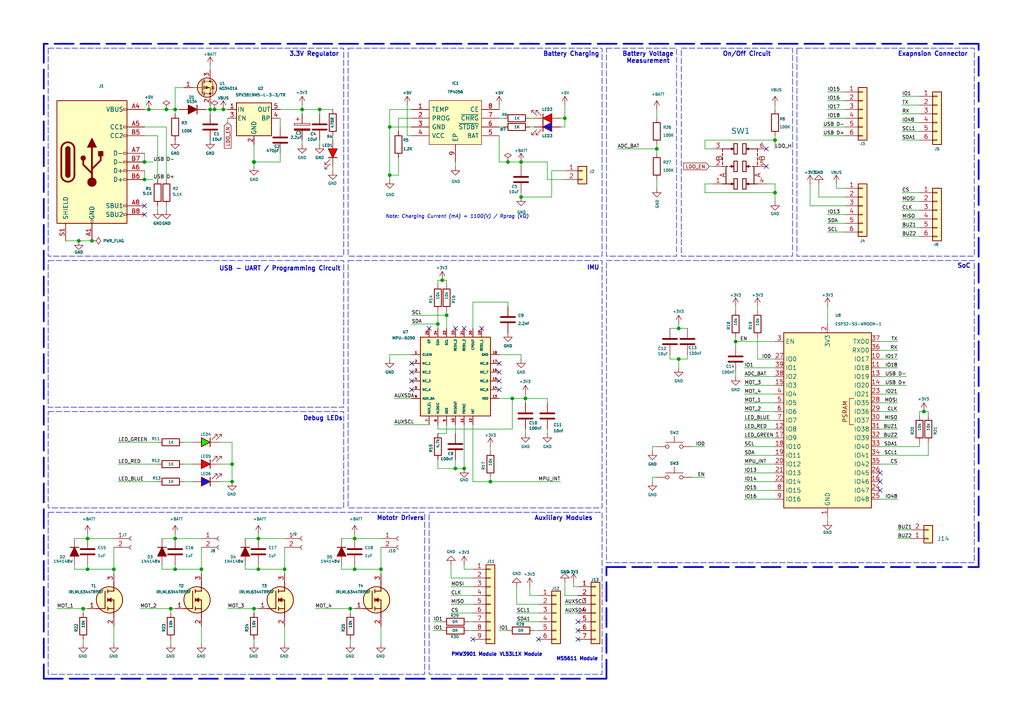
<source format=kicad_sch>
(kicad_sch (version 20250114) (generator "eeschema") (generator_version "9.0")
  (paper "A4")
  (title_block (title "LightWing") (date "2024-10-18") (rev "2.1.4") (company "Jobit Joseph  Semicon Media"))
  (rectangle (start 197.612 13.97) (end 229.87 74.295) (stroke (width 0) (type dash)))
  (rectangle (start 231.14 13.97) (end 282.575 74.295) (stroke (width 0) (type dash)))
  (rectangle (start 100.965 13.97) (end 174.625 74.295) (stroke (width 0) (type dash)))
  (rectangle (start 13.97 75.565) (end 99.695 118.11) (stroke (width 0) (type dash)))
  (rectangle (start 13.97 148.59) (end 123.19 195.58) (stroke (width 0) (type dash)))
  (rectangle (start 175.895 13.97) (end 196.215 74.295) (stroke (width 0) (type dash)))
  (rectangle (start 124.46 148.59) (end 174.625 195.58) (stroke (width 0) (type dash)))
  (rectangle (start 100.965 75.565) (end 174.625 147.32) (stroke (width 0) (type dash)))
  (rectangle (start 13.97 119.38) (end 99.695 147.32) (stroke (width 0) (type dash)))
  (rectangle (start 175.895 75.565) (end 282.575 163.195) (stroke (width 0) (type dash)))
  (rectangle (start 13.97 13.97) (end 99.695 74.295) (stroke (width 0) (type dash)))
  (text "Note: Charging Current (mA) = 1100(V) / Rprog (kΩ)" (at 111.76 63.5 0) (effects (font (size 1 1) (italic yes)) (justify left bottom)))
  (text "IMU" (at 170.18 78.486 0) (effects (font (size 1.27 1.27) (thickness 0.254) (bold yes)) (justify left bottom)))
  (text "VL53L1X Module" (at 144.78 190.5 0) (effects (font (size 1 1) (thickness 0.254) (bold yes)) (justify left bottom)))
  (text "Debug LEDs" (at 87.884 122.174 0) (effects (font (size 1.27 1.27) (thickness 0.254) (bold yes)) (justify left bottom)))
  (text "Battery Charging" (at 157.48 16.51 0) (effects (font (size 1.27 1.27) (thickness 0.254) (bold yes)) (justify left bottom)))
  (text "3.3V Regulator" (at 83.82 16.51 0) (effects (font (size 1.27 1.27) (thickness 0.254) (bold yes)) (justify left bottom)))
  (text "Battery Voltage\nMeasurement" (at 187.96 18.542 0) (effects (font (size 1.27 1.27) (thickness 0.254) (bold yes)) (justify bottom)))
  (text "USB - UART / Programming Circuit" (at 63.5 78.74 0) (effects (font (size 1.27 1.27) (thickness 0.254) (bold yes)) (justify left bottom)))
  (text "SoC" (at 277.622 77.978 0) (effects (font (size 1.27 1.27) (thickness 0.254) (bold yes)) (justify left bottom)))
  (text "Mototr Drivers" (at 109.22 151.13 0) (effects (font (size 1.27 1.27) (thickness 0.254) (bold yes)) (justify left bottom)))
  (text "MS5611 Module" (at 161.29 191.77 0) (effects (font (size 1 1) (thickness 0.254) (bold yes)) (justify left bottom)))
  (text "Exapnsion Connector" (at 260.35 16.51 0) (effects (font (size 1.27 1.27) (thickness 0.254) (bold yes)) (justify left bottom)))
  (text "Auxiliary Modules" (at 154.94 151.13 0) (effects (font (size 1.27 1.27) (thickness 0.254) (bold yes)) (justify left bottom)))
  (text "On/Off Circuit" (at 209.55 16.51 0) (effects (font (size 1.27 1.27) (thickness 0.254) (bold yes)) (justify left bottom)))
  (text "PMW3901 Module" (at 130.81 190.5 0) (effects (font (size 1 1) (thickness 0.254) (bold yes)) (justify left bottom)))
  (junction (at 102.87 156.21))
  (junction (at 64.77 31.75))
  (junction (at 102.87 165.1))
  (junction (at 110.49 165.1))
  (junction (at 49.53 176.53))
  (junction (at 113.03 36.83))
  (junction (at 163.83 34.29))
  (junction (at 24.13 176.53))
  (junction (at 92.71 31.75))
  (junction (at 151.13 46.99))
  (junction (at 148.59 115.57))
  (junction (at 41.91 46.99))
  (junction (at 267.97 119.38))
  (junction (at 48.26 31.75))
  (junction (at 101.6 176.53))
  (junction (at 22.86 69.85))
  (junction (at 50.8 165.1))
  (junction (at 67.31 139.7))
  (junction (at 196.85 104.14))
  (junction (at 33.02 165.1))
  (junction (at 129.54 91.44))
  (junction (at 60.96 31.75))
  (junction (at 62.23 31.75))
  (junction (at 26.67 69.85))
  (junction (at 113.03 50.8))
  (junction (at 73.66 176.53))
  (junction (at 128.27 81.28))
  (junction (at 74.93 165.1))
  (junction (at 25.4 165.1))
  (junction (at 224.79 55.88))
  (junction (at 142.24 139.7))
  (junction (at 25.4 156.21))
  (junction (at 196.85 95.25))
  (junction (at 82.55 165.1))
  (junction (at 43.18 31.75))
  (junction (at 224.79 40.64))
  (junction (at 127 93.98))
  (junction (at 190.5 43.18))
  (junction (at 134.62 135.89))
  (junction (at 73.66 46.99) (diameter 1.016))
  (junction (at 74.93 156.21))
  (junction (at 132.08 135.89))
  (junction (at 58.42 165.1))
  (junction (at 50.8 31.75))
  (junction (at 213.36 99.06))
  (junction (at 41.91 52.07))
  (junction (at 50.8 156.21))
  (junction (at 87.63 31.75))
  (junction (at 151.13 57.15))
  (junction (at 152.4 115.57))
  (junction (at 147.32 46.99))
  (junction (at 67.31 134.62))
  (no_connect (at 167.64 180.34))
  (no_connect (at 167.64 185.42))
  (no_connect (at 134.62 95.25))
  (no_connect (at 255.27 137.16))
  (no_connect (at 139.7 95.25))
  (no_connect (at 144.78 110.49))
  (no_connect (at 119.38 110.49))
  (no_connect (at 41.91 59.69))
  (no_connect (at 144.78 113.03))
  (no_connect (at 222.25 48.26))
  (no_connect (at 41.91 62.23))
  (no_connect (at 144.78 107.95))
  (no_connect (at 119.38 113.03))
  (no_connect (at 144.78 105.41))
  (no_connect (at 137.16 185.42))
  (no_connect (at 255.27 139.7))
  (no_connect (at 124.46 95.25))
  (no_connect (at 132.08 95.25))
  (no_connect (at 167.64 182.88))
  (no_connect (at 222.25 43.18))
  (no_connect (at 119.38 107.95))
  (no_connect (at 156.21 185.42))
  (no_connect (at 119.38 105.41))
  (no_connect (at 255.27 142.24))
  (wire (pts (xy 137.16 95.25) (xy 137.16 87.63)))
  (wire (pts (xy 240.03 26.67) (xy 245.11 26.67)))
  (wire (pts (xy 190.5 54.61) (xy 190.5 52.07)))
  (wire (pts (xy 152.4 124.46) (xy 152.4 125.73)))
  (wire (pts (xy 81.28 36.83) (xy 81.28 34.29)))
  (wire (pts (xy 196.85 104.14) (xy 196.85 106.68)))
  (wire (pts (xy 260.35 101.6) (xy 255.27 101.6)))
  (wire (pts (xy 137.16 87.63) (xy 147.32 87.63)))
  (wire (pts (xy 213.36 88.9) (xy 213.36 90.17)))
  (polyline (pts (xy 175.895 164.465) (xy 283.845 164.465)) (stroke (width 0.5) (type dash)))
  (wire (pts (xy 118.11 30.48) (xy 118.11 39.37)))
  (wire (pts (xy 115.57 34.29) (xy 119.38 34.29)))
  (wire (pts (xy 19.05 69.85) (xy 22.86 69.85)))
  (wire (pts (xy 25.4 165.1) (xy 21.59 165.1)))
  (wire (pts (xy 132.08 133.35) (xy 132.08 135.89)))
  (wire (pts (xy 50.8 31.75) (xy 50.8 33.02)))
  (wire (pts (xy 224.79 39.37) (xy 224.79 40.64)))
  (wire (pts (xy 43.18 31.75) (xy 48.26 31.75)))
  (wire (pts (xy 261.62 60.96) (xy 266.7 60.96)))
  (wire (pts (xy 213.36 100.33) (xy 213.36 99.06)))
  (wire (pts (xy 59.69 31.75) (xy 60.96 31.75)))
  (wire (pts (xy 149.86 170.18) (xy 149.86 175.26)))
  (wire (pts (xy 260.35 156.21) (xy 264.16 156.21)))
  (wire (pts (xy 144.78 34.29) (xy 146.05 34.29)))
  (wire (pts (xy 190.5 31.75) (xy 190.5 34.29)))
  (wire (pts (xy 102.87 156.21) (xy 99.06 156.21)))
  (wire (pts (xy 255.27 132.08) (xy 269.24 132.08)))
  (wire (pts (xy 163.83 30.48) (xy 163.83 34.29)))
  (wire (pts (xy 16.51 176.53) (xy 24.13 176.53)))
  (wire (pts (xy 240.03 151.13) (xy 240.03 149.86)))
  (wire (pts (xy 144.78 36.83) (xy 146.05 36.83)))
  (wire (pts (xy 127 93.98) (xy 127 95.25)))
  (wire (pts (xy 50.8 165.1) (xy 46.99 165.1)))
  (wire (pts (xy 156.21 172.72) (xy 153.67 172.72)))
  (wire (pts (xy 125.73 180.34) (xy 128.27 180.34)))
  (wire (pts (xy 129.54 81.28) (xy 128.27 81.28)))
  (wire (pts (xy 134.62 123.19) (xy 134.62 135.89)))
  (wire (pts (xy 158.75 52.07) (xy 163.83 52.07)))
  (wire (pts (xy 45.72 139.7) (xy 34.29 139.7)))
  (wire (pts (xy 41.91 31.75) (xy 43.18 31.75)))
  (wire (pts (xy 113.03 31.75) (xy 113.03 36.83)))
  (wire (pts (xy 215.9 129.54) (xy 224.79 129.54)))
  (wire (pts (xy 40.64 176.53) (xy 49.53 176.53)))
  (wire (pts (xy 81.28 46.99) (xy 73.66 46.99)))
  (wire (pts (xy 261.62 68.58) (xy 266.7 68.58)))
  (wire (pts (xy 127 81.28) (xy 128.27 81.28)))
  (wire (pts (xy 127 133.35) (xy 127 135.89)))
  (wire (pts (xy 238.76 39.37) (xy 245.11 39.37)))
  (wire (pts (xy 269.24 120.65) (xy 269.24 119.38)))
  (wire (pts (xy 87.63 31.75) (xy 92.71 31.75)))
  (wire (pts (xy 224.79 30.48) (xy 224.79 31.75)))
  (wire (pts (xy 149.86 180.34) (xy 156.21 180.34)))
  (wire (pts (xy 144.78 115.57) (xy 148.59 115.57)))
  (wire (pts (xy 160.02 49.53) (xy 160.02 57.15)))
  (wire (pts (xy 242.57 54.61) (xy 242.57 53.34)))
  (wire (pts (xy 158.75 46.99) (xy 151.13 46.99)))
  (wire (pts (xy 204.47 55.88) (xy 224.79 55.88)))
  (wire (pts (xy 96.52 48.26) (xy 96.52 49.53)))
  (wire (pts (xy 50.8 25.4) (xy 50.8 31.75)))
  (wire (pts (xy 125.73 182.88) (xy 128.27 182.88)))
  (wire (pts (xy 137.16 167.64) (xy 130.81 167.64)))
  (wire (pts (xy 33.02 158.75) (xy 33.02 165.1)))
  (wire (pts (xy 127 90.17) (xy 127 93.98)))
  (wire (pts (xy 190.5 41.91) (xy 190.5 43.18)))
  (wire (pts (xy 240.03 88.9) (xy 240.03 93.98)))
  (wire (pts (xy 102.87 176.53) (xy 101.6 176.53)))
  (wire (pts (xy 113.03 102.87) (xy 113.03 104.14)))
  (wire (pts (xy 73.66 186.69) (xy 73.66 185.42)))
  (wire (pts (xy 204.47 129.54) (xy 200.66 129.54)))
  (wire (pts (xy 266.7 120.65) (xy 266.7 119.38)))
  (wire (pts (xy 215.9 119.38) (xy 224.79 119.38)))
  (wire (pts (xy 58.42 186.69) (xy 58.42 181.61)))
  (wire (pts (xy 153.67 34.29) (xy 154.94 34.29)))
  (wire (pts (xy 41.91 46.99) (xy 44.45 46.99)))
  (wire (pts (xy 87.63 30.48) (xy 87.63 31.75)))
  (wire (pts (xy 151.13 57.15) (xy 151.13 55.88)))
  (wire (pts (xy 261.62 27.94) (xy 266.7 27.94)))
  (wire (pts (xy 87.63 40.64) (xy 87.63 41.91)))
  (wire (pts (xy 74.93 156.21) (xy 82.55 156.21)))
  (wire (pts (xy 261.62 30.48) (xy 266.7 30.48)))
  (wire (pts (xy 129.54 123.19) (xy 129.54 125.73)))
  (wire (pts (xy 154.94 182.88) (xy 156.21 182.88)))
  (wire (pts (xy 115.57 45.72) (xy 115.57 50.8)))
  (wire (pts (xy 207.01 43.18) (xy 204.47 43.18)))
  (wire (pts (xy 142.24 130.81) (xy 142.24 129.54)))
  (wire (pts (xy 53.34 25.4) (xy 50.8 25.4)))
  (wire (pts (xy 255.27 129.54) (xy 266.7 129.54)))
  (wire (pts (xy 25.4 154.94) (xy 25.4 156.21)))
  (wire (pts (xy 58.42 165.1) (xy 58.42 166.37)))
  (wire (pts (xy 260.35 134.62) (xy 255.27 134.62)))
  (wire (pts (xy 144.78 39.37) (xy 144.78 46.99)))
  (polyline (pts (xy 283.845 164.465) (xy 283.845 12.7)) (stroke (width 0.5) (type dash)))
  (wire (pts (xy 215.9 114.3) (xy 224.79 114.3)))
  (wire (pts (xy 64.77 31.75) (xy 66.04 31.75)))
  (wire (pts (xy 269.24 119.38) (xy 267.97 119.38)))
  (wire (pts (xy 144.78 46.99) (xy 147.32 46.99)))
  (wire (pts (xy 50.8 156.21) (xy 46.99 156.21)))
  (wire (pts (xy 110.49 156.21) (xy 102.87 156.21)))
  (wire (pts (xy 113.03 50.8) (xy 113.03 52.07)))
  (wire (pts (xy 260.35 121.92) (xy 255.27 121.92)))
  (wire (pts (xy 66.04 176.53) (xy 73.66 176.53)))
  (wire (pts (xy 119.38 36.83) (xy 113.03 36.83)))
  (wire (pts (xy 189.23 138.43) (xy 190.5 138.43)))
  (wire (pts (xy 260.35 144.78) (xy 255.27 144.78)))
  (wire (pts (xy 158.75 125.73) (xy 158.75 124.46)))
  (wire (pts (xy 25.4 163.83) (xy 25.4 165.1)))
  (wire (pts (xy 53.34 128.27) (xy 55.88 128.27)))
  (wire (pts (xy 92.71 40.64) (xy 92.71 41.91)))
  (wire (pts (xy 204.47 43.18) (xy 204.47 40.64)))
  (wire (pts (xy 21.59 165.1) (xy 21.59 163.83)))
  (wire (pts (xy 87.63 31.75) (xy 87.63 33.02)))
  (wire (pts (xy 41.91 36.83) (xy 48.26 36.83)))
  (wire (pts (xy 224.79 40.64) (xy 224.79 43.18)))
  (wire (pts (xy 110.49 165.1) (xy 110.49 166.37)))
  (wire (pts (xy 24.13 176.53) (xy 24.13 177.8)))
  (wire (pts (xy 115.57 50.8) (xy 113.03 50.8)))
  (wire (pts (xy 237.49 57.15) (xy 245.11 57.15)))
  (wire (pts (xy 196.85 93.98) (xy 196.85 95.25)))
  (wire (pts (xy 33.02 165.1) (xy 25.4 165.1)))
  (wire (pts (xy 67.31 128.27) (xy 67.31 134.62)))
  (wire (pts (xy 81.28 44.45) (xy 81.28 46.99)))
  (wire (pts (xy 215.9 109.22) (xy 224.79 109.22)))
  (wire (pts (xy 73.66 176.53) (xy 73.66 177.8)))
  (wire (pts (xy 53.34 134.62) (xy 55.88 134.62)))
  (wire (pts (xy 45.72 39.37) (xy 45.72 52.07)))
  (wire (pts (xy 240.03 67.31) (xy 245.11 67.31)))
  (wire (pts (xy 240.03 31.75) (xy 245.11 31.75)))
  (wire (pts (xy 189.23 139.7) (xy 189.23 138.43)))
  (wire (pts (xy 50.8 176.53) (xy 49.53 176.53)))
  (wire (pts (xy 240.03 34.29) (xy 245.11 34.29)))
  (wire (pts (xy 130.81 167.64) (xy 130.81 163.83)))
  (wire (pts (xy 152.4 114.3) (xy 152.4 115.57)))
  (wire (pts (xy 81.28 31.75) (xy 87.63 31.75)))
  (wire (pts (xy 215.9 134.62) (xy 224.79 134.62)))
  (wire (pts (xy 260.35 119.38) (xy 255.27 119.38)))
  (wire (pts (xy 158.75 46.99) (xy 158.75 52.07)))
  (wire (pts (xy 189.23 129.54) (xy 190.5 129.54)))
  (wire (pts (xy 147.32 46.99) (xy 151.13 46.99)))
  (wire (pts (xy 219.71 88.9) (xy 219.71 90.17)))
  (wire (pts (xy 41.91 39.37) (xy 45.72 39.37)))
  (wire (pts (xy 260.35 99.06) (xy 255.27 99.06)))
  (wire (pts (xy 74.93 154.94) (xy 74.93 156.21)))
  (wire (pts (xy 127 135.89) (xy 132.08 135.89)))
  (wire (pts (xy 115.57 38.1) (xy 115.57 34.29)))
  (wire (pts (xy 149.86 175.26) (xy 156.21 175.26)))
  (wire (pts (xy 60.96 31.75) (xy 60.96 33.02)))
  (wire (pts (xy 151.13 104.14) (xy 151.13 102.87)))
  (wire (pts (xy 49.53 186.69) (xy 49.53 185.42)))
  (wire (pts (xy 91.44 176.53) (xy 101.6 176.53)))
  (wire (pts (xy 63.5 139.7) (xy 67.31 139.7)))
  (wire (pts (xy 204.47 53.34) (xy 204.47 55.88)))
  (wire (pts (xy 142.24 138.43) (xy 142.24 139.7)))
  (wire (pts (xy 215.9 132.08) (xy 224.79 132.08)))
  (wire (pts (xy 96.52 39.37) (xy 96.52 40.64)))
  (wire (pts (xy 48.26 31.75) (xy 50.8 31.75)))
  (wire (pts (xy 74.93 156.21) (xy 71.12 156.21)))
  (wire (pts (xy 160.02 57.15) (xy 151.13 57.15)))
  (wire (pts (xy 110.49 158.75) (xy 110.49 165.1)))
  (wire (pts (xy 130.81 177.8) (xy 137.16 177.8)))
  (wire (pts (xy 261.62 63.5) (xy 266.7 63.5)))
  (wire (pts (xy 135.89 182.88) (xy 137.16 182.88)))
  (wire (pts (xy 135.89 180.34) (xy 137.16 180.34)))
  (wire (pts (xy 163.83 172.72) (xy 163.83 168.91)))
  (wire (pts (xy 261.62 33.02) (xy 266.7 33.02)))
  (wire (pts (xy 163.83 177.8) (xy 167.64 177.8)))
  (wire (pts (xy 237.49 57.15) (xy 237.49 53.34)))
  (wire (pts (xy 101.6 186.69) (xy 101.6 185.42)))
  (wire (pts (xy 240.03 62.23) (xy 245.11 62.23)))
  (wire (pts (xy 50.8 163.83) (xy 50.8 165.1)))
  (wire (pts (xy 129.54 82.55) (xy 129.54 81.28)))
  (wire (pts (xy 48.26 60.96) (xy 48.26 59.69)))
  (wire (pts (xy 207.01 53.34) (xy 204.47 53.34)))
  (wire (pts (xy 190.5 43.18) (xy 190.5 44.45)))
  (wire (pts (xy 261.62 40.64) (xy 266.7 40.64)))
  (wire (pts (xy 49.53 176.53) (xy 49.53 177.8)))
  (wire (pts (xy 266.7 119.38) (xy 267.97 119.38)))
  (wire (pts (xy 132.08 135.89) (xy 134.62 135.89)))
  (wire (pts (xy 215.9 137.16) (xy 224.79 137.16)))
  (wire (pts (xy 73.66 46.99) (xy 73.66 48.26)))
  (wire (pts (xy 148.59 124.46) (xy 148.59 115.57)))
  (wire (pts (xy 113.03 36.83) (xy 113.03 50.8)))
  (wire (pts (xy 119.38 93.98) (xy 127 93.98)))
  (wire (pts (xy 41.91 52.07) (xy 44.45 52.07)))
  (wire (pts (xy 46.99 165.1) (xy 46.99 163.83)))
  (wire (pts (xy 82.55 165.1) (xy 74.93 165.1)))
  (wire (pts (xy 234.95 59.69) (xy 234.95 53.34)))
  (wire (pts (xy 261.62 55.88) (xy 266.7 55.88)))
  (wire (pts (xy 142.24 139.7) (xy 162.56 139.7)))
  (wire (pts (xy 25.4 156.21) (xy 33.02 156.21)))
  (wire (pts (xy 215.9 106.68) (xy 224.79 106.68)))
  (wire (pts (xy 62.23 31.75) (xy 64.77 31.75)))
  (wire (pts (xy 260.35 116.84) (xy 255.27 116.84)))
  (wire (pts (xy 50.8 31.75) (xy 52.07 31.75)))
  (wire (pts (xy 82.55 165.1) (xy 82.55 166.37)))
  (wire (pts (xy 132.08 123.19) (xy 132.08 125.73)))
  (wire (pts (xy 48.26 36.83) (xy 48.26 52.07)))
  (wire (pts (xy 215.9 124.46) (xy 224.79 124.46)))
  (wire (pts (xy 234.95 59.69) (xy 245.11 59.69)))
  (wire (pts (xy 33.02 186.69) (xy 33.02 181.61)))
  (wire (pts (xy 167.64 170.18) (xy 166.37 170.18)))
  (wire (pts (xy 127 125.73) (xy 129.54 125.73)))
  (wire (pts (xy 266.7 128.27) (xy 266.7 129.54)))
  (wire (pts (xy 158.75 115.57) (xy 152.4 115.57)))
  (wire (pts (xy 53.34 139.7) (xy 55.88 139.7)))
  (wire (pts (xy 45.72 134.62) (xy 34.29 134.62)))
  (wire (pts (xy 92.71 31.75) (xy 96.52 31.75)))
  (wire (pts (xy 261.62 58.42) (xy 266.7 58.42)))
  (wire (pts (xy 144.78 182.88) (xy 147.32 182.88)))
  (wire (pts (xy 137.16 123.19) (xy 137.16 139.7)))
  (wire (pts (xy 224.79 53.34) (xy 224.79 55.88)))
  (wire (pts (xy 102.87 163.83) (xy 102.87 165.1)))
  (wire (pts (xy 110.49 165.1) (xy 102.87 165.1)))
  (wire (pts (xy 215.9 144.78) (xy 224.79 144.78)))
  (wire (pts (xy 240.03 29.21) (xy 245.11 29.21)))
  (wire (pts (xy 73.66 41.91) (xy 73.66 46.99)))
  (wire (pts (xy 130.81 175.26) (xy 137.16 175.26)))
  (wire (pts (xy 148.59 115.57) (xy 152.4 115.57)))
  (wire (pts (xy 119.38 102.87) (xy 113.03 102.87)))
  (wire (pts (xy 204.47 40.64) (xy 224.79 40.64)))
  (wire (pts (xy 60.96 30.48) (xy 60.96 31.75)))
  (polyline (pts (xy 12.7 12.7) (xy 12.7 196.85)) (stroke (width 0.5) (type dash)))
  (wire (pts (xy 114.3 123.19) (xy 124.46 123.19)))
  (wire (pts (xy 147.32 87.63) (xy 147.32 88.9)))
  (wire (pts (xy 189.23 130.81) (xy 189.23 129.54)))
  (wire (pts (xy 144.78 30.48) (xy 144.78 31.75)))
  (wire (pts (xy 260.35 114.3) (xy 255.27 114.3)))
  (wire (pts (xy 153.67 36.83) (xy 154.94 36.83)))
  (wire (pts (xy 196.85 95.25) (xy 199.39 95.25)))
  (wire (pts (xy 196.85 104.14) (xy 199.39 104.14)))
  (wire (pts (xy 260.35 104.14) (xy 255.27 104.14)))
  (wire (pts (xy 215.9 142.24) (xy 224.79 142.24)))
  (wire (pts (xy 158.75 116.84) (xy 158.75 115.57)))
  (wire (pts (xy 222.25 53.34) (xy 224.79 53.34)))
  (wire (pts (xy 110.49 186.69) (xy 110.49 181.61)))
  (wire (pts (xy 67.31 134.62) (xy 67.31 139.7)))
  (wire (pts (xy 194.31 104.14) (xy 196.85 104.14)))
  (wire (pts (xy 215.9 139.7) (xy 224.79 139.7)))
  (wire (pts (xy 215.9 116.84) (xy 224.79 116.84)))
  (wire (pts (xy 137.16 139.7) (xy 142.24 139.7)))
  (wire (pts (xy 74.93 163.83) (xy 74.93 165.1)))
  (wire (pts (xy 167.64 172.72) (xy 163.83 172.72)))
  (wire (pts (xy 162.56 36.83) (xy 163.83 36.83)))
  (wire (pts (xy 162.56 34.29) (xy 163.83 34.29)))
  (wire (pts (xy 207.01 48.26) (xy 205.74 48.26)))
  (wire (pts (xy 101.6 176.53) (xy 101.6 177.8)))
  (wire (pts (xy 152.4 115.57) (xy 152.4 116.84)))
  (wire (pts (xy 260.35 124.46) (xy 255.27 124.46)))
  (wire (pts (xy 215.9 111.76) (xy 224.79 111.76)))
  (wire (pts (xy 41.91 44.45) (xy 41.91 46.99)))
  (wire (pts (xy 33.02 165.1) (xy 33.02 166.37)))
  (polyline (pts (xy 175.895 196.85) (xy 175.895 164.465)) (stroke (width 0.5) (type dash)))
  (wire (pts (xy 224.79 104.14) (xy 219.71 104.14)))
  (wire (pts (xy 261.62 35.56) (xy 266.7 35.56)))
  (wire (pts (xy 63.5 128.27) (xy 67.31 128.27)))
  (wire (pts (xy 240.03 64.77) (xy 245.11 64.77)))
  (wire (pts (xy 262.89 111.76) (xy 255.27 111.76)))
  (polyline (pts (xy 283.845 12.7) (xy 12.7 12.7)) (stroke (width 0.5) (type dash)))
  (wire (pts (xy 194.31 95.25) (xy 196.85 95.25)))
  (polyline (pts (xy 12.7 196.85) (xy 175.895 196.85)) (stroke (width 0.5) (type dash)))
  (wire (pts (xy 163.83 34.29) (xy 163.83 36.83)))
  (wire (pts (xy 269.24 128.27) (xy 269.24 132.08)))
  (wire (pts (xy 163.83 175.26) (xy 167.64 175.26)))
  (wire (pts (xy 99.06 165.1) (xy 99.06 163.83)))
  (wire (pts (xy 45.72 60.96) (xy 45.72 59.69)))
  (wire (pts (xy 132.08 48.26) (xy 132.08 46.99)))
  (wire (pts (xy 179.07 43.18) (xy 190.5 43.18)))
  (wire (pts (xy 60.96 19.05) (xy 60.96 20.32)))
  (wire (pts (xy 63.5 134.62) (xy 67.31 134.62)))
  (wire (pts (xy 194.31 102.87) (xy 194.31 104.14)))
  (wire (pts (xy 58.42 156.21) (xy 50.8 156.21)))
  (wire (pts (xy 213.36 107.95) (xy 213.36 109.22)))
  (wire (pts (xy 130.81 172.72) (xy 137.16 172.72)))
  (wire (pts (xy 82.55 158.75) (xy 82.55 165.1)))
  (wire (pts (xy 26.67 69.85) (xy 22.86 69.85)))
  (wire (pts (xy 151.13 102.87) (xy 144.78 102.87)))
  (wire (pts (xy 260.35 127) (xy 255.27 127)))
  (wire (pts (xy 137.16 165.1) (xy 134.62 165.1)))
  (wire (pts (xy 102.87 154.94) (xy 102.87 156.21)))
  (wire (pts (xy 129.54 90.17) (xy 129.54 91.44)))
  (wire (pts (xy 58.42 158.75) (xy 58.42 165.1)))
  (wire (pts (xy 153.67 172.72) (xy 153.67 170.18)))
  (wire (pts (xy 149.86 177.8) (xy 156.21 177.8)))
  (wire (pts (xy 24.13 186.69) (xy 24.13 185.42)))
  (wire (pts (xy 92.71 33.02) (xy 92.71 31.75)))
  (wire (pts (xy 25.4 176.53) (xy 24.13 176.53)))
  (wire (pts (xy 262.89 109.22) (xy 255.27 109.22)))
  (wire (pts (xy 74.93 176.53) (xy 73.66 176.53)))
  (wire (pts (xy 260.35 153.67) (xy 264.16 153.67)))
  (wire (pts (xy 213.36 99.06) (xy 213.36 97.79)))
  (wire (pts (xy 74.93 165.1) (xy 71.12 165.1)))
  (wire (pts (xy 213.36 99.06) (xy 224.79 99.06)))
  (wire (pts (xy 114.3 115.57) (xy 119.38 115.57)))
  (wire (pts (xy 50.8 154.94) (xy 50.8 156.21)))
  (wire (pts (xy 224.79 55.88) (xy 224.79 58.42)))
  (wire (pts (xy 21.59 156.21) (xy 25.4 156.21)))
  (wire (pts (xy 151.13 46.99) (xy 151.13 48.26)))
  (wire (pts (xy 127 124.46) (xy 127 123.19)))
  (wire (pts (xy 130.81 170.18) (xy 137.16 170.18)))
  (wire (pts (xy 58.42 165.1) (xy 50.8 165.1)))
  (wire (pts (xy 71.12 165.1) (xy 71.12 163.83)))
  (wire (pts (xy 160.02 49.53) (xy 163.83 49.53)))
  (wire (pts (xy 119.38 31.75) (xy 113.03 31.75)))
  (wire (pts (xy 82.55 186.69) (xy 82.55 181.61)))
  (wire (pts (xy 242.57 54.61) (xy 245.11 54.61)))
  (wire (pts (xy 60.96 31.75) (xy 62.23 31.75)))
  (wire (pts (xy 215.9 127) (xy 224.79 127)))
  (wire (pts (xy 129.54 95.25) (xy 129.54 91.44)))
  (wire (pts (xy 204.47 138.43) (xy 200.66 138.43)))
  (wire (pts (xy 45.72 128.27) (xy 34.29 128.27)))
  (wire (pts (xy 66.04 35.56) (xy 66.04 34.29)))
  (wire (pts (xy 119.38 91.44) (xy 129.54 91.44)))
  (wire (pts (xy 127 82.55) (xy 127 81.28)))
  (wire (pts (xy 134.62 165.1) (xy 134.62 163.83)))
  (wire (pts (xy 102.87 165.1) (xy 99.06 165.1)))
  (wire (pts (xy 166.37 170.18) (xy 166.37 168.91)))
  (wire (pts (xy 260.35 106.68) (xy 255.27 106.68)))
  (wire (pts (xy 199.39 104.14) (xy 199.39 102.87)))
  (wire (pts (xy 119.38 39.37) (xy 118.11 39.37)))
  (wire (pts (xy 215.9 121.92) (xy 224.79 121.92)))
  (wire (pts (xy 238.76 36.83) (xy 245.11 36.83)))
  (wire (pts (xy 219.71 97.79) (xy 219.71 104.14)))
  (wire (pts (xy 261.62 38.1) (xy 266.7 38.1)))
  (wire (pts (xy 127 124.46) (xy 148.59 124.46)))
  (wire (pts (xy 261.62 66.04) (xy 266.7 66.04)))
  (wire (pts (xy 41.91 49.53) (xy 41.91 52.07)))
  (label "AUXSDA" (at 163.83 177.8 0) (effects (font (size 1 1))))
  (label "IO17" (at 260.35 104.14 180) (effects (font (size 1 1))))
  (label "IO48" (at 261.62 35.56 0) (effects (font (size 1 1))))
  (label "SCL1" (at 260.35 132.08 180) (effects (font (size 1 1))))
  (label "AUXSDA" (at 114.3 115.57 0) (effects (font (size 1 1))))
  (label "MOT_2" (at 40.64 176.53 0) (effects (font (size 1 1))))
  (label "LDO_H" (at 224.79 43.18 0) (effects (font (size 1 1))))
  (label "USB D-" (at 238.76 36.83 0) (effects (font (size 1 1))))
  (label "LED_GREEN" (at 34.29 128.27 0) (effects (font (size 1 1))))
  (label "CS" (at 130.81 177.8 0) (effects (font (size 1 1))))
  (label "MOSI" (at 130.81 170.18 0) (effects (font (size 1 1))))
  (label "EN" (at 214.63 99.06 0) (effects (font (size 1 1))))
  (label "CS" (at 261.62 55.88 0) (effects (font (size 1 1))))
  (label "BUZ1" (at 260.35 124.46 180) (effects (font (size 1 1))))
  (label "SCL" (at 215.9 129.54 0) (effects (font (size 1 1))))
  (label "SDA" (at 119.38 93.98 0) (effects (font (size 1 1))))
  (label "IO1" (at 125.73 182.88 0) (effects (font (size 1 1))))
  (label "IO15" (at 240.03 26.67 0) (effects (font (size 1 1))))
  (label "AUXSCL" (at 163.83 175.26 0) (effects (font (size 1 1))))
  (label "CS" (at 260.35 134.62 180) (effects (font (size 1 1))))
  (label "SDA1" (at 260.35 129.54 180) (effects (font (size 1 1))))
  (label "IO17" (at 240.03 31.75 0) (effects (font (size 1 1))))
  (label "MISO" (at 130.81 175.26 0) (effects (font (size 1 1))))
  (label "USB D+" (at 238.76 39.37 0) (effects (font (size 1 1))))
  (label "TX" (at 261.62 30.48 0) (effects (font (size 1 1))))
  (label "BUZ2" (at 260.35 127 180) (effects (font (size 1 1))))
  (label "MOT_1" (at 215.9 116.84 0) (effects (font (size 1 1))))
  (label "CLK" (at 130.81 172.72 0) (effects (font (size 1 1))))
  (label "EN" (at 204.47 138.43 180) (effects (font (size 1 1))))
  (label "LED_GREEN" (at 215.9 127 0) (effects (font (size 1 1))))
  (label "MOSI" (at 260.35 116.84 180) (effects (font (size 1 1))))
  (label "LED_BLUE" (at 215.9 121.92 0) (effects (font (size 1 1))))
  (label "ADC_BAT" (at 215.9 109.22 0) (effects (font (size 1 1))))
  (label "CLK" (at 260.35 119.38 180) (effects (font (size 1 1))))
  (label "ADC_BAT" (at 179.07 43.18 0) (effects (font (size 1 1))))
  (label "SCL1" (at 149.86 177.8 0) (effects (font (size 1 1))))
  (label "SCL" (at 119.38 91.44 0) (effects (font (size 1 1))))
  (label "IO13" (at 240.03 62.23 0) (effects (font (size 1 1))))
  (label "USB D-" (at 262.89 109.22 180) (effects (font (size 1 1))))
  (label "AUXSCL" (at 114.3 123.19 0) (effects (font (size 1 1))))
  (label "IO0" (at 220.98 104.14 0) (effects (font (size 1 1))))
  (label "IO16" (at 215.9 144.78 0) (effects (font (size 1 1))))
  (label "RX" (at 260.35 101.6 180) (effects (font (size 1 1))))
  (label "IO18" (at 260.35 106.68 180) (effects (font (size 1 1))))
  (label "MOT_3" (at 215.9 111.76 0) (effects (font (size 1 1))))
  (label "MOT_4" (at 215.9 114.3 0) (effects (font (size 1 1))))
  (label "MOSI" (at 261.62 58.42 0) (effects (font (size 1 1))))
  (label "LED_RED" (at 215.9 124.46 0) (effects (font (size 1 1))))
  (label "SCL" (at 240.03 67.31 0) (effects (font (size 1 1))))
  (label "IO15" (at 215.9 142.24 0) (effects (font (size 1 1))))
  (label "MOT_3" (at 66.04 176.53 0) (effects (font (size 1 1))))
  (label "SDA" (at 215.9 132.08 0) (effects (font (size 1 1))))
  (label "IO1" (at 125.73 180.34 0) (effects (font (size 1 1))))
  (label "CLK" (at 261.62 60.96 0) (effects (font (size 1 1))))
  (label "BUZ1" (at 260.35 153.67 0) (effects (font (size 1 1))))
  (label "MPU_INT" (at 162.56 139.7 180) (effects (font (size 1 1))))
  (label "MOT_4" (at 91.44 176.53 0) (effects (font (size 1 1))))
  (label "BUZ2" (at 260.35 156.21 0) (effects (font (size 1 1))))
  (label "IO1" (at 261.62 27.94 0) (effects (font (size 1 1))))
  (label "USB D+" (at 44.45 52.07 0) (effects (font (size 1 1))))
  (label "SDA1" (at 261.62 40.64 0) (effects (font (size 1 1))))
  (label "SDA" (at 240.03 64.77 0) (effects (font (size 1 1))))
  (label "SDA1" (at 149.86 180.34 0) (effects (font (size 1 1))))
  (label "IO13" (at 215.9 137.16 0) (effects (font (size 1 1))))
  (label "IO14" (at 215.9 139.7 0) (effects (font (size 1 1))))
  (label "IO1" (at 215.9 106.68 0) (effects (font (size 1 1))))
  (label "MISO" (at 260.35 121.92 180) (effects (font (size 1 1))))
  (label "MOT_1" (at 16.51 176.53 0) (effects (font (size 1 1))))
  (label "IO48" (at 260.35 144.78 180) (effects (font (size 1 1))))
  (label "USB D+" (at 262.89 111.76 180) (effects (font (size 1 1))))
  (label "IO1" (at 144.78 182.88 0) (effects (font (size 1 1))))
  (label "MOT_2" (at 215.9 119.38 0) (effects (font (size 1 1))))
  (label "IO16" (at 240.03 29.21 0) (effects (font (size 1 1))))
  (label "TX" (at 260.35 99.06 180) (effects (font (size 1 1))))
  (label "SCL1" (at 261.62 38.1 0) (effects (font (size 1 1))))
  (label "LED_RED" (at 34.29 134.62 0) (effects (font (size 1 1))))
  (label "LED_BLUE" (at 34.29 139.7 0) (effects (font (size 1 1))))
  (label "BUZ2" (at 261.62 68.58 0) (effects (font (size 1 1))))
  (label "RX" (at 261.62 33.02 0) (effects (font (size 1 1))))
  (label "IO18" (at 240.03 34.29 0) (effects (font (size 1 1))))
  (label "BUZ1" (at 261.62 66.04 0) (effects (font (size 1 1))))
  (label "MPU_INT" (at 215.9 134.62 0) (effects (font (size 1 1))))
  (label "IO0" (at 204.47 129.54 180) (effects (font (size 1 1))))
  (label "MISO" (at 261.62 63.5 0) (effects (font (size 1 1))))
  (label "USB D-" (at 44.45 46.99 0) (effects (font (size 1 1))))
  (label "IO21" (at 260.35 114.3 180) (effects (font (size 1 1))))
  (global_label "LDO_EN" (shape input) (at 205.74 48.26 180) (effects (font (size 1 1))) (property "Intersheetrefs" "${INTERSHEET_REFS}" (effects (hide yes))))
  (global_label "LDO_EN" (shape input) (at 66.04 35.56 270) (effects (font (size 1 1))) (property "Intersheetrefs" "${INTERSHEET_REFS}" (effects (hide yes))))
  (symbol (lib_id "power:GND") (at 22.86 69.85 0) (unit 1)
    (property "Reference" "#PWR0127" (effects (hide yes)))
    (property "Value" "GND" (at 22.86 73.152 0) (effects (font (size 0.8 0.8))))
  )
  (symbol (lib_id "Connector_Generic:Conn_01x07") (at 172.72 177.8 0) (unit 1) (in_bom no)
    (property "Reference" "J13" (at 171.45 168.148 0) (effects (font (size 0.8 0.8)) (justify left)))
    (property "Value" "Conn_01x07" (effects (hide yes)))
    (property "Footprint" "DroneV2:MS5611_Module" (effects (hide yes)))
    (property "Description" "Generic connector, single row, 01x07, script generated (kicad-library-utils/schlib/autogen/connector/)" (effects (hide yes)))
  )
  (symbol (lib_id "power:+BATT") (at 190.5 31.75 0) (unit 1)
    (property "Reference" "#PWR0102" (effects (hide yes)))
    (property "Value" "+BATT" (at 190.881 27.3558 0) (effects (font (size 0.8 0.8))))
  )
  (symbol (lib_id "power:GND") (at 50.8 40.64 0) (unit 1)
    (property "Reference" "#PWR0130" (effects (hide yes)))
    (property "Value" "GND" (at 50.8 44.45 0) (effects (font (size 0.8 0.8))))
  )
  (symbol (lib_name "1N4148W_1") (lib_id "Diode:1N4148W") (at 99.06 160.02 270) (unit 1)
    (property "Reference" "D5" (at 94.742 161.544 90) (effects (font (size 0.8 0.8)) (justify left)))
    (property "Value" "1N4148W" (at 92.964 162.814 90) (effects (font (size 0.8 0.8)) (justify left)))
    (property "Footprint" "Diode_SMD:D_SOD-123F" (effects (hide yes)))
    (property "Datasheet" "https://www.vishay.com/docs/85748/1n4148w.pdf" (effects (hide yes)))
    (property "LCSC Part #" "C81598" (effects (hide yes)))
    (property "LCSC Link" "https://www.lcsc.com/product-detail/Switching-Diodes_ST-Semtech-1N4148W_C81598.html" (effects (hide yes)))
    (property "MFR.Part #" "1N4148W" (effects (hide yes)))
    (property "Manufacturer" "ST(Semtech)" (effects (hide yes)))
    (property "Package" "SOD-123" (effects (hide yes)))
    (property "JLCA Type" "Basic" (effects (hide yes)))
  )
  (symbol (lib_name "SI2302DS-T1_1") (lib_id "SI2302DS-T1:SI2302DS-T1") (at 25.4 176.53 0) (unit 1)
    (property "Reference" "T1" (at 26.416 169.926 0) (effects (font (size 0.8 0.8)) (justify left)))
    (property "Value" "IRLML6344TRPBF" (at 19.812 171.704 0) (effects (font (size 0.8 0.8)) (justify left)))
    (property "Footprint" "SI2302DS-T1:SOT95P237X112-3N" (effects (hide yes)))
    (property "Datasheet" "https://www.lcsc.com/datasheet/lcsc_datasheet_2305231118_HXY-MOSFET-IRLML6344TRPBF-HXY_C6285738.pdf" (effects (hide yes)))
    (property "LCSC Part #" "C6285738 " (effects (hide yes)))
    (property "LCSC Link" "https://www.lcsc.com/product-detail/MOSFETs_HXY-MOSFET-IRLML6344TRPBF-HXY_C6285738.html" (effects (hide yes)))
    (property "MFR.Part #" "IRLML6344TRPBF-HXY" (effects (hide yes)))
    (property "Manufacturer" " HXY MOSFET" (effects (hide yes)))
    (property "Package" "SOT-23" (effects (hide yes)))
    (property "JLCA Type" "Extended" (effects (hide yes)))
  )
  (symbol (lib_id "Device:R") (at 96.52 35.56 180) (unit 1)
    (property "Reference" "R4" (at 95.631 39.624 0) (effects (font (size 0.8 0.8))))
    (property "Value" "470R" (at 96.4184 35.56 90) (effects (font (size 0.8 0.8))))
    (property "Footprint" "Resistor_SMD:R_0603_1608Metric" (effects (hide yes)))
    (property "Datasheet" "https://www.lcsc.com/datasheet/lcsc_datasheet_2206010116_UNI-ROYAL-Uniroyal-Elec-0603WAF4700T5E_C23179.pdf" (effects (hide yes)))
    (property "LCSC Part #" "C23179" (effects (hide yes)))
    (property "LCSC Link" "https://www.lcsc.com/product-detail/Chip-Resistor-Surface-Mount_UNI-ROYAL-Uniroyal-Elec-0603WAF4700T5E_C23179.html" (effects (hide yes)))
    (property "MFR.Part #" "0603WAF4700T5E" (effects (hide yes)))
    (property "Manufacturer" "UNI-ROYAL(Uniroyal Elec)" (effects (hide yes)))
    (property "Package" "R0603" (effects (hide yes)))
    (property "JLCA Type" "Basic" (effects (hide yes)))
  )
  (symbol (lib_id "Connector_Generic:Conn_01x06") (at 250.19 31.75 0) (unit 1) (in_bom no)
    (property "Reference" "J3" (at 249.428 41.656 0) (effects (font (size 0.8 0.8)) (justify left)))
    (property "Value" "Conn_01x06" (effects (hide yes)))
    (property "Footprint" "Connector_PinHeader_2.54mm:PinHeader_1x06_P2.54mm_Vertical" (effects (hide yes)))
    (property "Description" "Generic connector, single row, 01x06, script generated (kicad-library-utils/schlib/autogen/connector/)" (effects (hide yes)))
  )
  (symbol (lib_id "Device:R") (at 115.57 41.91 0) (unit 1)
    (property "Reference" "R5" (at 116.84 40.64 0) (effects (font (size 0.8 0.8)) (justify left)))
    (property "Value" "1.2K" (at 116.84 43.18 0) (effects (font (size 0.8 0.8)) (justify left)))
    (property "Footprint" "Resistor_SMD:R_0603_1608Metric" (effects (hide yes)))
    (property "Datasheet" "https://www.lcsc.com/datasheet/lcsc_datasheet_2206010130_UNI-ROYAL-Uniroyal-Elec-0603WAF1201T5E_C22765.pdf" (effects (hide yes)))
    (property "LCSC Part #" "C22765" (effects (hide yes)))
    (property "LCSC Link" "https://www.lcsc.com/product-detail/Chip-Resistor-Surface-Mount_UNI-ROYAL-Uniroyal-Elec-0603WAF1201T5E_C22765.html" (effects (hide yes)))
    (property "MFR.Part #" "0603WAF1201T5E" (effects (hide yes)))
    (property "Manufacturer" "UNI-ROYAL(Uniroyal Elec)" (effects (hide yes)))
    (property "Package" "R0603" (effects (hide yes)))
    (property "JLCA Type" "Basic" (effects (hide yes)))
  )
  (symbol (lib_id "power:+BATT") (at 25.4 154.94 0) (unit 1)
    (property "Reference" "#PWR0138" (effects (hide yes)))
    (property "Value" "+BATT" (at 25.781 150.5458 0) (effects (font (size 0.8 0.8))))
  )
  (symbol (lib_id "Device:C") (at 102.87 160.02 0) (unit 1)
    (property "Reference" "C18" (at 105.791 158.8516 0) (effects (font (size 0.8 0.8)) (justify left)))
    (property "Value" "1uF" (at 105.791 161.163 0) (effects (font (size 0.8 0.8)) (justify left)))
    (property "Footprint" "Capacitor_SMD:C_0603_1608Metric" (effects (hide yes)))
    (property "Datasheet" "https://www.lcsc.com/datasheet/lcsc_datasheet_2304140030_Samsung-Electro-Mechanics-CL10A105KB8NNNC_C15849.pdf" (effects (hide yes)))
    (property "LCSC Part #" "C15849" (effects (hide yes)))
    (property "LCSC Link" "https://www.lcsc.com/product-detail/Multilayer-Ceramic-Capacitors-MLCC-SMD-SMT_Samsung-Electro-Mechanics-CL10A105KB8NNNC_C15849.html" (effects (hide yes)))
    (property "MFR.Part #" "CL10A105KB8NNNC" (effects (hide yes)))
    (property "Manufacturer" "Samsung Electro-Mechanics" (effects (hide yes)))
    (property "Package" "C0603" (effects (hide yes)))
    (property "JLCA Type" "Basic" (effects (hide yes)))
  )
  (symbol (lib_id "Device:R") (at 50.8 36.83 0) (unit 1)
    (property "Reference" "R3" (at 52.578 35.6616 0) (effects (font (size 0.8 0.8)) (justify left)))
    (property "Value" "100K" (at 52.578 37.973 0) (effects (font (size 0.8 0.8)) (justify left)))
    (property "Footprint" "Resistor_SMD:R_0603_1608Metric" (effects (hide yes)))
    (property "Datasheet" "https://www.lcsc.com/datasheet/lcsc_datasheet_2206010045_UNI-ROYAL-Uniroyal-Elec-0603WAF1003T5E_C25803.pdf" (effects (hide yes)))
    (property "LCSC Part #" "C25803" (effects (hide yes)))
    (property "LCSC Link" "https://www.lcsc.com/product-detail/Chip-Resistor-Surface-Mount_UNI-ROYAL-Uniroyal-Elec-0603WAF1003T5E_C25803.html" (effects (hide yes)))
    (property "MFR.Part #" "0603WAF1003T5E" (effects (hide yes)))
    (property "Manufacturer" " UNI-ROYAL(Uniroyal Elec)" (effects (hide yes)))
    (property "Package" "R0603" (effects (hide yes)))
    (property "JLCA Type" "Basic" (effects (hide yes)))
  )
  (symbol (lib_name "LED_5") (lib_id "Device:LED") (at 59.69 139.7 180) (unit 1)
    (property "Reference" "LED6" (at 59.69 137.414 0) (effects (font (size 0.8 0.8))))
    (property "Value" "LED_Blue" (effects (hide yes)))
    (property "Footprint" "LED_SMD:LED_0603_1608Metric" (effects (hide yes)))
    (property "Datasheet" "https://www.lcsc.com/datasheet/lcsc_datasheet_1810220913_Hubei-KENTO-Elec-KT-0603B_C2288.pdf" (effects (hide yes)))
    (property "LCSC Part #" "C2288" (effects (hide yes)))
    (property "LCSC Link" "https://www.lcsc.com/product-detail/LED-Indication-Discrete_Hubei-KENTO-Elec-KT-0603B_C2288.html" (effects (hide yes)))
    (property "MFR.Part #" "KT-0603B" (effects (hide yes)))
    (property "Manufacturer" "Hubei KENTO Elec" (effects (hide yes)))
    (property "Package" "LED0603" (effects (hide yes)))
    (property "JLCA Type" "Basic" (effects (hide yes)))
  )
  (symbol (lib_id "power:+3V3") (at 196.85 93.98 0) (unit 1)
    (property "Reference" "#PWR0114" (effects (hide yes)))
    (property "Value" "+3V3" (at 196.723 90.3478 0) (effects (font (size 0.8 0.8))))
  )
  (symbol (lib_name "LED_4") (lib_id "Device:LED") (at 96.52 44.45 270) (mirror x) (unit 1)
    (property "Reference" "LED1" (at 94.996 42.164 90) (effects (font (size 0.8 0.8))))
    (property "Value" "LED_Red" (effects (hide yes)))
    (property "Footprint" "LED_SMD:LED_0603_1608Metric" (effects (hide yes)))
    (property "Datasheet" "https://www.lcsc.com/datasheet/lcsc_datasheet_1810231112_Hubei-KENTO-Elec-KT-0603R_C2286.pdf" (effects (hide yes)))
    (property "LCSC Part #" "C2286" (effects (hide yes)))
    (property "LCSC Link" "https://www.lcsc.com/product-detail/LED-Indication-Discrete_Hubei-KENTO-Elec-KT-0603R_C2286.html" (effects (hide yes)))
    (property "MFR.Part #" "KT-0603R" (effects (hide yes)))
    (property "Manufacturer" "Hubei KENTO Elec" (effects (hide yes)))
    (property "Package" "LED0603" (effects (hide yes)))
    (property "JLCA Type" "Basic" (effects (hide yes)))
  )
  (symbol (lib_id "power:GND") (at 190.5 54.61 0) (unit 1)
    (property "Reference" "#PWR0101" (effects (hide yes)))
    (property "Value" "GND" (at 190.627 57.8612 90) (effects (font (size 0.8 0.8)) (justify right)))
  )
  (symbol (lib_name "SI2302DS-T1_1") (lib_id "SI2302DS-T1:SI2302DS-T1") (at 50.8 176.53 0) (unit 1)
    (property "Reference" "T2" (at 51.816 169.926 0) (effects (font (size 0.8 0.8)) (justify left)))
    (property "Value" "IRLML6344TRPBF" (at 45.212 171.704 0) (effects (font (size 0.8 0.8)) (justify left)))
    (property "Footprint" "SI2302DS-T1:SOT95P237X112-3N" (effects (hide yes)))
    (property "Datasheet" "https://www.lcsc.com/datasheet/lcsc_datasheet_2305231118_HXY-MOSFET-IRLML6344TRPBF-HXY_C6285738.pdf" (effects (hide yes)))
    (property "LCSC Part #" "C6285738 " (effects (hide yes)))
    (property "LCSC Link" "https://www.lcsc.com/product-detail/MOSFETs_HXY-MOSFET-IRLML6344TRPBF-HXY_C6285738.html" (effects (hide yes)))
    (property "MFR.Part #" "IRLML6344TRPBF-HXY" (effects (hide yes)))
    (property "Manufacturer" " HXY MOSFET" (effects (hide yes)))
    (property "Package" "SOT-23" (effects (hide yes)))
    (property "JLCA Type" "Extended" (effects (hide yes)))
  )
  (symbol (lib_id "power:+5V") (at 163.83 30.48 0) (unit 1)
    (property "Reference" "#PWR04" (effects (hide yes)))
    (property "Value" "+5V" (at 163.83 26.924 0) (effects (font (size 0.8 0.8))))
  )
  (symbol (lib_id "power:GND") (at 240.03 151.13 0) (unit 1)
    (property "Reference" "#PWR0108" (effects (hide yes)))
    (property "Value" "GND" (at 240.03 154.432 0) (effects (font (size 0.8 0.8))))
  )
  (symbol (lib_id "power:GND") (at 158.75 125.73 0) (unit 1)
    (property "Reference" "#PWR0141" (effects (hide yes)))
    (property "Value" "GND" (at 158.75 129.54 0) (effects (font (size 0.8 0.8))))
  )
  (symbol (lib_id "power:+3V3") (at 87.63 30.48 0) (unit 1)
    (property "Reference" "#PWR0120" (effects (hide yes)))
    (property "Value" "+3V3" (at 87.503 26.8478 0) (effects (font (size 0.8 0.8))))
  )
  (symbol (lib_id "power:GND") (at 237.49 53.34 180) (unit 1)
    (property "Reference" "#PWR06" (effects (hide yes)))
    (property "Value" "GND" (at 236.22 50.038 0) (effects (font (size 0.8 0.8)) (justify right)))
  )
  (symbol (lib_id "ESP32_TouchDown:DMG3415U-7") (at 58.42 25.4 0) (unit 1)
    (property "Reference" "U1" (at 63.6016 24.2316 0) (effects (font (size 0.8 0.8)) (justify left)))
    (property "Value" "AO3401A" (at 63.5 25.654 0) (effects (font (size 0.8 0.8)) (justify left)))
    (property "Footprint" "Package_TO_SOT_SMD:SOT-23" (effects (hide yes)))
    (property "Datasheet" "https://www.lcsc.com/datasheet/lcsc_datasheet_1810171817_Alpha---Omega-Semicon-AO3401A_C15127.pdf" (effects (hide yes)))
    (property "LCSC Part #" "C15127" (effects (hide yes)))
    (property "LCSC Link" "https://www.lcsc.com/product-detail/MOSFETs_Alpha-Omega-Semicon-AO3401A_C15127.html" (effects (hide yes)))
    (property "MFR.Part #" "AO3401A" (effects (hide yes)))
    (property "Manufacturer" "Alpha & Omega Semicon" (effects (hide yes)))
    (property "Package" "SOT-23" (effects (hide yes)))
    (property "JLCA Type" "Basic" (effects (hide yes)))
  )
  (symbol (lib_id "MPU-6050:MPU-6050") (at 116.84 102.87 0) (unit 1)
    (property "Reference" "U7" (at 117.602 96.266 0) (effects (font (size 0.8 0.8))))
    (property "Value" "MPU-6050" (at 117.094 98.044 0) (effects (font (size 0.8 0.8))))
    (property "Footprint" "MPU6050:MPU6050" (effects (hide yes)))
    (property "Datasheet" "https://www.lcsc.com/datasheet/lcsc_datasheet_1811071024_TDK-InvenSense-MPU-6050_C24112.pdf" (effects (hide yes)))
    (property "LCSC Part #" "C24112" (effects (hide yes)))
    (property "LCSC Link" "https://www.lcsc.com/product-detail/Accelerometers_TDK-InvenSense-MPU-6050_C24112.html" (effects (hide yes)))
    (property "MFR.Part #" "MPU-6050" (effects (hide yes)))
    (property "Manufacturer" "TDK InvenSense" (effects (hide yes)))
    (property "Package" "QFN-24-EP(4x4)" (effects (hide yes)))
    (property "JLCA Type" "Extended" (effects (hide yes)))
  )
  (symbol (lib_id "power:+3V3") (at 152.4 114.3 0) (unit 1)
    (property "Reference" "#PWR0169" (effects (hide yes)))
    (property "Value" "+3V3" (at 152.273 110.6678 0) (effects (font (size 0.8 0.8))))
  )
  (symbol (lib_id "power:PWR_FLAG") (at 62.23 31.75 0) (unit 1)
    (property "Reference" "#FLG02" (effects (hide yes)))
    (property "Value" "PWR_FLAG" (effects (hide yes)))
  )
  (symbol (lib_name "1N4148W_1") (lib_id "Diode:1N4148W") (at 46.99 160.02 270) (unit 1)
    (property "Reference" "D3" (at 42.672 161.544 90) (effects (font (size 0.8 0.8)) (justify left)))
    (property "Value" "1N4148W" (at 40.894 162.814 90) (effects (font (size 0.8 0.8)) (justify left)))
    (property "Footprint" "Diode_SMD:D_SOD-123F" (effects (hide yes)))
    (property "Datasheet" "https://www.vishay.com/docs/85748/1n4148w.pdf" (effects (hide yes)))
    (property "LCSC Part #" "C81598" (effects (hide yes)))
    (property "LCSC Link" "https://www.lcsc.com/product-detail/Switching-Diodes_ST-Semtech-1N4148W_C81598.html" (effects (hide yes)))
    (property "MFR.Part #" "1N4148W" (effects (hide yes)))
    (property "Manufacturer" "ST(Semtech)" (effects (hide yes)))
    (property "Package" "SOD-123" (effects (hide yes)))
    (property "JLCA Type" "Basic" (effects (hide yes)))
  )
  (symbol (lib_id "Device:R") (at 190.5 38.1 0) (unit 1)
    (property "Reference" "R26" (at 192.278 36.9316 0) (effects (font (size 0.8 0.8)) (justify left)))
    (property "Value" "100K" (at 192.278 39.243 0) (effects (font (size 0.8 0.8)) (justify left)))
    (property "Footprint" "Resistor_SMD:R_0603_1608Metric" (effects (hide yes)))
    (property "Datasheet" "https://www.lcsc.com/datasheet/lcsc_datasheet_2206010045_UNI-ROYAL-Uniroyal-Elec-0603WAF1003T5E_C25803.pdf" (effects (hide yes)))
    (property "LCSC Part #" "C25803" (effects (hide yes)))
    (property "LCSC Link" "https://www.lcsc.com/product-detail/Chip-Resistor-Surface-Mount_UNI-ROYAL-Uniroyal-Elec-0603WAF1003T5E_C25803.html" (effects (hide yes)))
    (property "MFR.Part #" "0603WAF1003T5E" (effects (hide yes)))
    (property "Manufacturer" "UNI-ROYAL(Uniroyal Elec)" (effects (hide yes)))
    (property "Package" "R0603" (effects (hide yes)))
    (property "JLCA Type" "Baic" (effects (hide yes)))
  )
  (symbol (lib_id "Device:R") (at 132.08 180.34 90) (unit 1)
    (property "Reference" "R29" (at 133.096 178.562 90) (effects (font (size 0.8 0.8)) (justify left)))
    (property "Value" "0R" (at 132.842 180.34 90) (effects (font (size 0.8 0.8)) (justify left)))
    (property "Footprint" "Resistor_SMD:R_0603_1608Metric" (effects (hide yes)))
    (property "Datasheet" "https://www.lcsc.com/datasheet/lcsc_datasheet_2206010130_UNI-ROYAL-Uniroyal-Elec-0603WAF0000T5E_C21189.pdf" (effects (hide yes)))
    (property "LCSC Part #" " C21189" (effects (hide yes)))
    (property "LCSC Link" "https://www.lcsc.com/product-detail/Chip-Resistor-Surface-Mount_UNI-ROYAL-Uniroyal-Elec-0603WAF0000T5E_C21189.html" (effects (hide yes)))
    (property "MFR.Part #" "0603WAF0000T5E" (effects (hide yes)))
    (property "Manufacturer" "UNI-ROYAL(Uniroyal Elec)" (effects (hide yes)))
    (property "Package" "R0603" (effects (hide yes)))
    (property "JLCA Type" "Basic" (effects (hide yes)))
  )
  (symbol (lib_name "LED_3") (lib_id "Device:LED") (at 59.69 128.27 180) (unit 1)
    (property "Reference" "LED4" (at 59.69 125.984 0) (effects (font (size 0.8 0.8))))
    (property "Value" "LED_Green" (effects (hide yes)))
    (property "Footprint" "LED_SMD:LED_0603_1608Metric" (effects (hide yes)))
    (property "Datasheet" "https://www.lcsc.com/datasheet/lcsc_datasheet_1810231514_Lite-On-LTST-C193TGKT-5A_C12065.pdf" (effects (hide yes)))
    (property "LCSC Part #" "C12065" (effects (hide yes)))
    (property "LCSC Link" "https://www.lcsc.com/product-detail/LED-Indication-Discrete_Lite-On-LTST-C193TGKT-5A_C12065.html" (effects (hide yes)))
    (property "MFR.Part #" "LTST-C193TGKT-5A" (effects (hide yes)))
    (property "Manufacturer" "Lite-On" (effects (hide yes)))
    (property "Package" "LED0603" (effects (hide yes)))
    (property "JLCA Type" "Extended" (effects (hide yes)))
  )
  (symbol (lib_id "power:GND") (at 189.23 130.81 0) (unit 1)
    (property "Reference" "#PWR0105" (effects (hide yes)))
    (property "Value" "GND" (at 189.23 134.62 0) (effects (font (size 0.8 0.8))))
  )
  (symbol (lib_id "SlideSwitchSMDTop:MST22D18G2_125") (at 214.63 48.26 90) (unit 1)
    (property "Reference" "SW1" (at 214.7821 38.1 90) (effects (font (size 1.6891 1.6891))))
    (property "Value" "MST22D18G2_125" (effects (hide yes)))
    (property "Footprint" "SlideSwitchSMDTop:SW-SMD_MST22D18G2" (effects (hide yes)))
    (property "Datasheet" "https://wmsc.lcsc.com/wmsc/upload/file/pdf/v2/lcsc/2110190930_SHOU-HAN-MST22D18G2-125_C2906280.pdf" (effects (hide yes)))
    (property "LCSC Part #" "C2906280" (effects (hide yes)))
    (property "LCSC Link" "https://www.lcsc.com/product-detail/Slide-Switches_SHOU-HAN-MST22D18G2-125_C2906280.html" (effects (hide yes)))
    (property "MFR.Part #" "MST22D18G2 125" (effects (hide yes)))
    (property "Manufacturer" "SHOU HAN" (effects (hide yes)))
    (property "Package" "SMD-SW" (effects (hide yes)))
    (property "JLCA Type" "Extended" (effects (hide yes)))
  )
  (symbol (lib_name "Conn_01x02_1") (lib_id "Connector_Generic:Conn_01x02") (at 269.24 156.21 0) (mirror x) (unit 1)
    (property "Reference" "J14" (at 271.78 156.2101 0) (effects (justify left)))
    (property "Value" "Conn_01x02" (effects (hide yes)))
    (property "Footprint" "ConnTH1.25MM:CONN-TH_1.25T-2A_1.25T-2A" (effects (hide yes)))
    (property "Datasheet" "https://wmsc.lcsc.com/wmsc/upload/file/pdf/v2/lcsc/2304140030_CAX-1-25-2A_C722594.pdf" (effects (hide yes)))
    (property "Description" "Generic connector, single row, 01x02, script generated (kicad-library-utils/schlib/autogen/connector/)" (effects (hide yes)))
    (property "LCSC Part #" " C722594" (effects (hide yes)))
    (property "LCSC Link" "https://www.lcsc.com/product-detail/Wire-To-Board-Connector_CAX-1-25-2A_C722594.html" (effects (hide yes)))
    (property "MFR.Part #" " 1.25-2A" (effects (hide yes)))
    (property "Manufacturer" "CAX" (effects (hide yes)))
    (property "Package" " Plugin,P=1.25mm" (effects (hide yes)))
    (property "JLCA Type" "Extended" (effects (hide yes)))
  )
  (symbol (lib_id "Connector_Generic:Conn_01x06") (at 161.29 177.8 0) (unit 1) (in_bom no)
    (property "Reference" "J12" (at 160.02 170.688 0) (effects (font (size 0.8 0.8)) (justify left)))
    (property "Value" "Conn_01x06" (effects (hide yes)))
    (property "Footprint" "DroneV2:VL53L1X_BREAKOUT" (effects (hide yes)))
    (property "Description" "Generic connector, single row, 01x06, script generated (kicad-library-utils/schlib/autogen/connector/)" (effects (hide yes)))
  )
  (symbol (lib_id "Device:C") (at 158.75 120.65 0) (unit 1)
    (property "Reference" "C11" (at 160.528 123.19 0) (effects (font (size 0.8 0.8)) (justify left)))
    (property "Value" "10nf" (at 160.528 124.968 0) (effects (font (size 0.8 0.8)) (justify left)))
    (property "Footprint" "Capacitor_SMD:C_0603_1608Metric" (effects (hide yes)))
    (property "Datasheet" "https://www.lcsc.com/datasheet/lcsc_datasheet_2304140030_FH--Guangdong-Fenghua-Advanced-Tech-0603B103K500NT_C57112.pdf" (effects (hide yes)))
    (property "LCSC Part #" "C57112" (effects (hide yes)))
    (property "LCSC Link" "https://www.lcsc.com/product-detail/Multilayer-Ceramic-Capacitors-MLCC-SMD-SMT_FH-Guangdong-Fenghua-Advanced-Tech-0603B103K500NT_C57112.html" (effects (hide yes)))
    (property "MFR.Part #" "0603B103K500NT" (effects (hide yes)))
    (property "Manufacturer" "FH (Guangdong Fenghua Advanced Tech)" (effects (hide yes)))
    (property "Package" "C0603" (effects (hide yes)))
    (property "JLCA Type" "Basic" (effects (hide yes)))
  )
  (symbol (lib_id "Device:C") (at 132.08 129.54 0) (mirror y) (unit 1)
    (property "Reference" "C8" (at 131.572 131.572 0) (effects (font (size 0.8 0.8)) (justify left)))
    (property "Value" "100nF" (at 131.572 133.096 0) (effects (font (size 0.8 0.8)) (justify left)))
    (property "Footprint" "Capacitor_SMD:C_0603_1608Metric" (effects (hide yes)))
    (property "Datasheet" "https://www.lcsc.com/datasheet/lcsc_datasheet_2211101700_YAGEO-CC0603KRX7R9BB104_C14663.pdf" (effects (hide yes)))
    (property "LCSC Part #" "C14663" (effects (hide yes)))
    (property "LCSC Link" "https://www.lcsc.com/product-detail/Multilayer-Ceramic-Capacitors-MLCC-SMD-SMT_YAGEO-CC0603KRX7R9BB104_C14663.html" (effects (hide yes)))
    (property "MFR.Part #" "CC0603KRX7R9BB104" (effects (hide yes)))
    (property "Manufacturer" " YAGEO" (effects (hide yes)))
    (property "Package" "C0603" (effects (hide yes)))
    (property "JLCA Type" "Basic" (effects (hide yes)))
  )
  (symbol (lib_id "power:GND") (at 96.52 49.53 0) (unit 1)
    (property "Reference" "#PWR0132" (effects (hide yes)))
    (property "Value" "GND" (at 96.393 53.1622 0) (effects (font (size 0.8 0.8))))
  )
  (symbol (lib_id "power:GND") (at 196.85 106.68 0) (unit 1)
    (property "Reference" "#PWR0115" (effects (hide yes)))
    (property "Value" "GND" (at 196.85 110.49 0) (effects (font (size 0.8 0.8))))
  )
  (symbol (lib_name "SI2302DS-T1_1") (lib_id "SI2302DS-T1:SI2302DS-T1") (at 102.87 176.53 0) (unit 1)
    (property "Reference" "T4" (at 103.886 169.926 0) (effects (font (size 0.8 0.8)) (justify left)))
    (property "Value" "IRLML6344TRPBF" (at 97.282 171.704 0) (effects (font (size 0.8 0.8)) (justify left)))
    (property "Footprint" "SI2302DS-T1:SOT95P237X112-3N" (effects (hide yes)))
    (property "Datasheet" "https://www.lcsc.com/datasheet/lcsc_datasheet_2305231118_HXY-MOSFET-IRLML6344TRPBF-HXY_C6285738.pdf" (effects (hide yes)))
    (property "LCSC Part #" "C6285738 " (effects (hide yes)))
    (property "LCSC Link" "https://www.lcsc.com/product-detail/MOSFETs_HXY-MOSFET-IRLML6344TRPBF-HXY_C6285738.html" (effects (hide yes)))
    (property "MFR.Part #" "IRLML6344TRPBF-HXY" (effects (hide yes)))
    (property "Manufacturer" " HXY MOSFET" (effects (hide yes)))
    (property "Package" "SOT-23" (effects (hide yes)))
    (property "JLCA Type" "Extended" (effects (hide yes)))
  )
  (symbol (lib_id "Device:R") (at 127 129.54 180) (unit 1)
    (property "Reference" "R15" (at 124.968 128.778 90) (effects (font (size 0.8 0.8)) (justify left)))
    (property "Value" "4.7k" (at 127 127.254 90) (effects (font (size 0.8 0.8)) (justify left)))
    (property "Footprint" "Resistor_SMD:R_0603_1608Metric" (effects (hide yes)))
    (property "Datasheet" "https://www.lcsc.com/datasheet/lcsc_datasheet_2206010116_UNI-ROYAL-Uniroyal-Elec-0603WAF4701T5E_C23162.pdf" (effects (hide yes)))
    (property "LCSC Part #" "C23162" (effects (hide yes)))
    (property "LCSC Link" "https://www.lcsc.com/product-detail/Chip-Resistor-Surface-Mount_UNI-ROYAL-Uniroyal-Elec-0603WAF4701T5E_C23162.html" (effects (hide yes)))
    (property "MFR.Part #" "0603WAF4701T5E" (effects (hide yes)))
    (property "Manufacturer" "UNI-ROYAL(Uniroyal Elec)" (effects (hide yes)))
    (property "Package" "R0603" (effects (hide yes)))
    (property "JLCA Type" "Basic" (effects (hide yes)))
  )
  (symbol (lib_id "Device:R") (at 224.79 35.56 0) (unit 1)
    (property "Reference" "R8" (at 226.06 34.5186 0) (effects (font (size 0.8 0.8)) (justify left)))
    (property "Value" "100K" (at 226.06 36.83 0) (effects (font (size 0.8 0.8)) (justify left)))
    (property "Footprint" "Resistor_SMD:R_0603_1608Metric" (effects (hide yes)))
    (property "Datasheet" "https://www.lcsc.com/datasheet/lcsc_datasheet_2206010045_UNI-ROYAL-Uniroyal-Elec-0603WAF1003T5E_C25803.pdf" (effects (hide yes)))
    (property "LCSC Part #" "C25803" (effects (hide yes)))
    (property "LCSC Link" "https://www.lcsc.com/product-detail/Chip-Resistor-Surface-Mount_UNI-ROYAL-Uniroyal-Elec-0603WAF1003T5E_C25803.html" (effects (hide yes)))
    (property "MFR.Part #" "0603WAF1003T5E" (effects (hide yes)))
    (property "Manufacturer" "UNI-ROYAL(Uniroyal Elec)" (effects (hide yes)))
    (property "Package" "R0603" (effects (hide yes)))
    (property "JLCA Type" "Basic" (effects (hide yes)))
  )
  (symbol (lib_id "power:GND") (at 151.13 57.15 0) (unit 1)
    (property "Reference" "#PWR0163" (effects (hide yes)))
    (property "Value" "GND" (at 151.257 61.5442 0) (effects (font (size 0.8 0.8))))
  )
  (symbol (lib_id "Diode:US1A") (at 55.88 31.75 180) (unit 1)
    (property "Reference" "D1" (at 55.626 28.194 0) (effects (font (size 0.8 0.8))))
    (property "Value" "SS34" (at 55.626 29.464 0) (effects (font (size 0.8 0.8))))
    (property "Footprint" "Diode_SMD:D_SMA" (effects (hide yes)))
    (property "Datasheet" "https://www.lcsc.com/datasheet/lcsc_datasheet_2407101107_MDD-Microdiode-Semiconductor-SS34_C8678.pdf" (effects (hide yes)))
    (property "LCSC Part #" "C8678" (effects (hide yes)))
    (property "LCSC Link" "https://www.lcsc.com/product-detail/Schottky-Diodes_MDD-Microdiode-Semiconductor-SS34_C8678.html" (effects (hide yes)))
    (property "MFR.Part #" "SS34" (effects (hide yes)))
    (property "Manufacturer" "MDD(Microdiode Semiconductor)" (effects (hide yes)))
    (property "Package" "SMA(DO-214AC)" (effects (hide yes)))
    (property "JLCA Type" "Basic" (effects (hide yes)))
  )
  (symbol (lib_id "Device:C") (at 25.4 160.02 0) (unit 1)
    (property "Reference" "C15" (at 28.321 158.8516 0) (effects (font (size 0.8 0.8)) (justify left)))
    (property "Value" "1uF" (at 28.321 161.163 0) (effects (font (size 0.8 0.8)) (justify left)))
    (property "Footprint" "Capacitor_SMD:C_0603_1608Metric" (effects (hide yes)))
    (property "Datasheet" "https://www.lcsc.com/datasheet/lcsc_datasheet_2304140030_Samsung-Electro-Mechanics-CL10A105KB8NNNC_C15849.pdf" (effects (hide yes)))
    (property "LCSC Part #" "C15849" (effects (hide yes)))
    (property "LCSC Link" "https://www.lcsc.com/product-detail/Multilayer-Ceramic-Capacitors-MLCC-SMD-SMT_Samsung-Electro-Mechanics-CL10A105KB8NNNC_C15849.html" (effects (hide yes)))
    (property "MFR.Part #" "CL10A105KB8NNNC" (effects (hide yes)))
    (property "Manufacturer" "Samsung Electro-Mechanics" (effects (hide yes)))
    (property "Package" "C0603" (effects (hide yes)))
    (property "JLCA Type" "Basic" (effects (hide yes)))
  )
  (symbol (lib_id "Connector:Conn_01x02_Female") (at 38.1 156.21 0) (unit 1) (in_bom no)
    (property "Reference" "J7" (at 36.068 155.194 0) (effects (font (size 0.8 0.8))))
    (property "Value" "Conn_01x02_Female" (effects (hide yes)))
    (property "Footprint" "DroneV2:JST_PH_B2B-PH-K_1x02_P2.00mm_Vertical" (effects (hide yes)))
  )
  (symbol (lib_id "Connector:Conn_01x02_Female") (at 115.57 156.21 0) (unit 1) (in_bom no)
    (property "Reference" "J10" (at 112.522 159.766 0) (effects (font (size 0.8 0.8)) (justify left)))
    (property "Value" "Conn_01x02_Female" (effects (hide yes)))
    (property "Footprint" "DroneV2:JST_PH_B2B-PH-K_1x02_P2.00mm_Vertical" (effects (hide yes)))
  )
  (symbol (lib_id "power:GND") (at 24.13 186.69 0) (unit 1)
    (property "Reference" "#PWR0149" (effects (hide yes)))
    (property "Value" "GND" (at 24.003 190.3222 0) (effects (font (size 0.8 0.8))))
  )
  (symbol (lib_name "LED_4") (lib_id "Device:LED") (at 59.69 134.62 180) (unit 1)
    (property "Reference" "LED5" (at 59.69 132.334 0) (effects (font (size 0.8 0.8))))
    (property "Value" "LED_Red" (effects (hide yes)))
    (property "Footprint" "LED_SMD:LED_0603_1608Metric" (effects (hide yes)))
    (property "Datasheet" "https://www.lcsc.com/datasheet/lcsc_datasheet_1810231112_Hubei-KENTO-Elec-KT-0603R_C2286.pdf" (effects (hide yes)))
    (property "LCSC Part #" "C2286" (effects (hide yes)))
    (property "LCSC Link" "https://www.lcsc.com/product-detail/LED-Indication-Discrete_Hubei-KENTO-Elec-KT-0603R_C2286.html" (effects (hide yes)))
    (property "MFR.Part #" "KT-0603R" (effects (hide yes)))
    (property "Manufacturer" "Hubei KENTO Elec" (effects (hide yes)))
    (property "Package" "LED0603" (effects (hide yes)))
    (property "JLCA Type" "Extended" (effects (hide yes)))
  )
  (symbol (lib_id "RF_Module:ESP32-S3-WROOM-1") (at 240.03 121.92 0) (unit 1)
    (property "Reference" "U8" (at 242.2241 91.44 0) (effects (font (size 0.8 0.8)) (justify left)))
    (property "Value" "ESP32-S3-WROOM-1" (at 242.2241 93.98 0) (effects (font (size 0.8 0.8)) (justify left)))
    (property "Footprint" "RF_Module:ESP32-S3-WROOM-1" (effects (hide yes)))
    (property "Datasheet" "https://wmsc.lcsc.com/wmsc/upload/file/pdf/v2/lcsc/2210261430_Espressif-Systems-ESP32-S3-WROOM-1-N8_C2913198.pdf" (effects (hide yes)))
    (property "Description" "RF Module, ESP32-S3 SoC, Wi-Fi 802.11b/g/n, Bluetooth, BLE, 32-bit, 3.3V, onboard antenna, SMD" (effects (hide yes)))
    (property "LCSC Part #" "C2913198" (effects (hide yes)))
    (property "LCSC Link" "https://www.lcsc.com/product-detail/WiFi-Modules_Espressif-Systems-ESP32-S3-WROOM-1-N8_C2913198.html" (effects (hide yes)))
    (property "MFR.Part #" "ESP32-S3-WROOM-1-N8" (effects (hide yes)))
    (property "Manufacturer" "Espressif Systems" (effects (hide yes)))
    (property "Package" "SMD,18x25.5mm" (effects (hide yes)))
    (property "JLCA Type" "Extended" (effects (hide yes)))
  )
  (symbol (lib_id "power:GND") (at 113.03 52.07 0) (unit 1)
    (property "Reference" "#PWR0162" (effects (hide yes)))
    (property "Value" "GND" (at 113.157 56.4642 0) (effects (font (size 0.8 0.8))))
  )
  (symbol (lib_id "Device:C") (at 194.31 99.06 0) (mirror y) (unit 1)
    (property "Reference" "C12" (at 193.294 101.092 0) (effects (font (size 0.8 0.8)) (justify left)))
    (property "Value" "10uF" (at 193.802 102.616 0) (effects (font (size 0.8 0.8)) (justify left)))
    (property "Footprint" "Capacitor_SMD:C_0603_1608Metric" (effects (hide yes)))
    (property "Datasheet" "https://www.lcsc.com/datasheet/lcsc_datasheet_2304140030_Samsung-Electro-Mechanics-CL10A106KP8NNNC_C19702.pdf" (effects (hide yes)))
    (property "LCSC Part #" "C19702" (effects (hide yes)))
    (property "LCSC Link" "https://www.lcsc.com/product-detail/Multilayer-Ceramic-Capacitors-MLCC-SMD-SMT_Samsung-Electro-Mechanics-CL10A106KP8NNNC_C19702.html" (effects (hide yes)))
    (property "MFR.Part #" "CL10A106KP8NNNC" (effects (hide yes)))
    (property "Manufacturer" "Samsung Electro-Mechanics" (effects (hide yes)))
    (property "Package" "C0603" (effects (hide yes)))
    (property "JLCA Type" "Basic" (effects (hide yes)))
  )
  (symbol (lib_id "power:GND") (at 189.23 139.7 0) (unit 1)
    (property "Reference" "#PWR0106" (effects (hide yes)))
    (property "Value" "GND" (at 189.23 143.51 0) (effects (font (size 0.8 0.8))))
  )
  (symbol (lib_id "power:+3V3") (at 166.37 168.91 0) (unit 1)
    (property "Reference" "#PWR0145" (effects (hide yes)))
    (property "Value" "+3V3" (at 166.116 165.862 0) (effects (font (size 0.8 0.8))))
  )
  (symbol (lib_name "1N4148W_1") (lib_id "Diode:1N4148W") (at 21.59 160.02 270) (unit 1)
    (property "Reference" "D2" (at 17.272 161.544 90) (effects (font (size 0.8 0.8)) (justify left)))
    (property "Value" "1N4148W" (at 15.494 162.814 90) (effects (font (size 0.8 0.8)) (justify left)))
    (property "Footprint" "Diode_SMD:D_SOD-123F" (effects (hide yes)))
    (property "Datasheet" "https://www.vishay.com/docs/85748/1n4148w.pdf" (effects (hide yes)))
    (property "LCSC Part #" "C81598" (effects (hide yes)))
    (property "LCSC Link" "https://www.lcsc.com/product-detail/Switching-Diodes_ST-Semtech-1N4148W_C81598.html" (effects (hide yes)))
    (property "MFR.Part #" "1N4148W" (effects (hide yes)))
    (property "Manufacturer" "ST(Semtech)" (effects (hide yes)))
    (property "Package" "SOD-123" (effects (hide yes)))
    (property "JLCA Type" "Basic" (effects (hide yes)))
  )
  (symbol (lib_id "power:+3V3") (at 234.95 53.34 0) (unit 1)
    (property "Reference" "#PWR07" (effects (hide yes)))
    (property "Value" "+3V3" (at 234.95 50.038 0) (effects (font (size 0.8 0.8))))
  )
  (symbol (lib_id "power:+3V3") (at 219.71 88.9 0) (unit 1)
    (property "Reference" "#PWR0109" (effects (hide yes)))
    (property "Value" "+3V3" (at 219.71 85.598 0) (effects (font (size 0.8 0.8))))
  )
  (symbol (lib_id "power:GND") (at 149.86 170.18 180) (unit 1)
    (property "Reference" "#PWR0154" (effects (hide yes)))
    (property "Value" "GND" (at 149.86 166.37 0) (effects (font (size 0.8 0.8))))
  )
  (symbol (lib_id "power:GND") (at 163.83 168.91 180) (unit 1)
    (property "Reference" "#PWR0144" (effects (hide yes)))
    (property "Value" "GND" (at 163.83 165.862 0) (effects (font (size 0.8 0.8))))
  )
  (symbol (lib_id "power:GND") (at 45.72 60.96 0) (unit 1)
    (property "Reference" "#PWR0128" (effects (hide yes)))
    (property "Value" "GND" (at 45.72 64.77 0) (effects (font (size 0.8 0.8))))
  )
  (symbol (lib_id "power:GND") (at 213.36 109.22 0) (unit 1)
    (property "Reference" "#PWR0116" (effects (hide yes)))
    (property "Value" "GND" (at 213.36 113.03 0) (effects (font (size 0.8 0.8))))
  )
  (symbol (lib_id "power:+5V") (at 43.18 31.75 0) (unit 1)
    (property "Reference" "#PWR0129" (effects (hide yes)))
    (property "Value" "+5V" (at 43.18 28.194 0) (effects (font (size 0.8 0.8))))
  )
  (symbol (lib_id "Connector_Generic:Conn_01x09") (at 142.24 175.26 0) (unit 1) (in_bom no)
    (property "Reference" "J11" (at 141.224 162.814 0) (effects (font (size 0.8 0.8)) (justify left)))
    (property "Value" "Conn_01x09" (effects (hide yes)))
    (property "Footprint" "DroneV2:PMW3901" (effects (hide yes)))
    (property "Description" "Generic connector, single row, 01x09, script generated (kicad-library-utils/schlib/autogen/connector/)" (effects (hide yes)))
  )
  (symbol (lib_id "Connector_Generic:Conn_01x06") (at 271.78 33.02 0) (unit 1) (in_bom no)
    (property "Reference" "J5" (at 271.018 43.18 0) (effects (font (size 0.8 0.8)) (justify left)))
    (property "Value" "Conn_01x06" (effects (hide yes)))
    (property "Footprint" "Connector_PinHeader_2.54mm:PinHeader_1x06_P2.54mm_Vertical" (effects (hide yes)))
    (property "Description" "Generic connector, single row, 01x06, script generated (kicad-library-utils/schlib/autogen/connector/)" (effects (hide yes)))
  )
  (symbol (lib_id "power:+3V3") (at 267.97 119.38 0) (unit 1)
    (property "Reference" "#PWR0111" (effects (hide yes)))
    (property "Value" "+3V3" (at 267.843 115.7478 0) (effects (font (size 0.8 0.8))))
  )
  (symbol (lib_id "power:GND") (at 33.02 186.69 0) (unit 1)
    (property "Reference" "#PWR0150" (effects (hide yes)))
    (property "Value" "GND" (at 32.893 190.3222 0) (effects (font (size 0.8 0.8))))
  )
  (symbol (lib_id "Device:R") (at 129.54 86.36 0) (mirror x) (unit 1)
    (property "Reference" "R16" (at 131.572 85.598 90) (effects (font (size 0.8 0.8)) (justify left)))
    (property "Value" "10k" (at 129.54 84.582 90) (effects (font (size 0.8 0.8)) (justify left)))
    (property "Footprint" "Resistor_SMD:R_0603_1608Metric" (effects (hide yes)))
    (property "Datasheet" "https://www.lcsc.com/datasheet/lcsc_datasheet_2206010045_UNI-ROYAL-Uniroyal-Elec-0603WAF1002T5E_C25804.pdf" (effects (hide yes)))
    (property "LCSC Part #" " C25804" (effects (hide yes)))
    (property "LCSC Link" "https://www.lcsc.com/product-detail/Chip-Resistor-Surface-Mount_UNI-ROYAL-Uniroyal-Elec-0603WAF1002T5E_C25804.html" (effects (hide yes)))
    (property "MFR.Part #" "0603WAF1002T5E" (effects (hide yes)))
    (property "Manufacturer" "UNI-ROYAL(Uniroyal Elec)" (effects (hide yes)))
    (property "Package" "R0603" (effects (hide yes)))
    (property "JLCA Type" "Basic" (effects (hide yes)))
  )
  (symbol (lib_id "Connector:Conn_01x02_Female") (at 87.63 156.21 0) (unit 1) (in_bom no)
    (property "Reference" "J9" (at 85.344 154.94 0) (effects (font (size 0.8 0.8))))
    (property "Value" "Conn_01x02_Female" (effects (hide yes)))
    (property "Footprint" "DroneV2:JST_PH_B2B-PH-K_1x02_P2.00mm_Vertical" (effects (hide yes)))
  )
  (symbol (lib_id "power:GND") (at 113.03 104.14 0) (unit 1)
    (property "Reference" "#PWR0166" (effects (hide yes)))
    (property "Value" "GND" (at 113.03 107.95 0) (effects (font (size 0.8 0.8))))
  )
  (symbol (lib_id "Device:C") (at 50.8 160.02 0) (unit 1)
    (property "Reference" "C16" (at 53.721 158.8516 0) (effects (font (size 0.8 0.8)) (justify left)))
    (property "Value" "1uF" (at 53.721 161.163 0) (effects (font (size 0.8 0.8)) (justify left)))
    (property "Footprint" "Capacitor_SMD:C_0603_1608Metric" (effects (hide yes)))
    (property "Datasheet" "https://www.lcsc.com/datasheet/lcsc_datasheet_2304140030_Samsung-Electro-Mechanics-CL10A105KB8NNNC_C15849.pdf" (effects (hide yes)))
    (property "LCSC Part #" "C15849" (effects (hide yes)))
    (property "LCSC Link" "https://www.lcsc.com/product-detail/Multilayer-Ceramic-Capacitors-MLCC-SMD-SMT_Samsung-Electro-Mechanics-CL10A105KB8NNNC_C15849.html" (effects (hide yes)))
    (property "MFR.Part #" "CL10A105KB8NNNC" (effects (hide yes)))
    (property "Manufacturer" "Samsung Electro-Mechanics" (effects (hide yes)))
    (property "Package" "C0603" (effects (hide yes)))
    (property "JLCA Type" "Basic" (effects (hide yes)))
  )
  (symbol (lib_id "power:GND") (at 87.63 41.91 0) (unit 1)
    (property "Reference" "#PWR0117" (effects (hide yes)))
    (property "Value" "GND" (at 87.63 45.72 0) (effects (font (size 0.8 0.8))))
  )
  (symbol (lib_id "power:VBUS") (at 224.79 30.48 0) (unit 1)
    (property "Reference" "#PWR0103" (effects (hide yes)))
    (property "Value" "VBUS" (at 225.171 26.0858 0) (effects (font (size 0.8 0.8))))
  )
  (symbol (lib_id "power:PWR_FLAG") (at 147.32 46.99 0) (unit 1)
    (property "Reference" "#FLG0102" (effects (hide yes)))
    (property "Value" "PWR_FLAG" (effects (hide yes)))
  )
  (symbol (lib_id "power:GND") (at 67.31 139.7 0) (unit 1)
    (property "Reference" "#PWR0147" (effects (hide yes)))
    (property "Value" "GND" (at 67.183 143.3322 0) (effects (font (size 0.8 0.8))))
  )
  (symbol (lib_id "power:GND") (at 101.6 186.69 0) (unit 1)
    (property "Reference" "#PWR0137" (effects (hide yes)))
    (property "Value" "GND" (at 101.473 190.3222 0) (effects (font (size 0.8 0.8))))
  )
  (symbol (lib_name "LED_4") (lib_id "Device:LED") (at 158.75 34.29 0) (mirror x) (unit 1)
    (property "Reference" "LED2" (at 158.75 31.75 0) (effects (font (size 0.8 0.8))))
    (property "Value" "LED_Red" (effects (hide yes)))
    (property "Footprint" "LED_SMD:LED_0603_1608Metric" (effects (hide yes)))
    (property "Datasheet" "https://www.lcsc.com/datasheet/lcsc_datasheet_1810231112_Hubei-KENTO-Elec-KT-0603R_C2286.pdf" (effects (hide yes)))
    (property "LCSC Part #" "C2286" (effects (hide yes)))
    (property "LCSC Link" "https://www.lcsc.com/product-detail/LED-Indication-Discrete_Hubei-KENTO-Elec-KT-0603R_C2286.html" (effects (hide yes)))
    (property "MFR.Part #" "KT-0603R" (effects (hide yes)))
    (property "Manufacturer" "Hubei KENTO Elec" (effects (hide yes)))
    (property "Package" "LED0603" (effects (hide yes)))
    (property "JLCA Type" "Basic" (effects (hide yes)))
  )
  (symbol (lib_id "power:+5V") (at 118.11 30.48 0) (unit 1)
    (property "Reference" "#PWR02" (effects (hide yes)))
    (property "Value" "+5V" (at 118.11 26.924 0) (effects (font (size 0.8 0.8))))
  )
  (symbol (lib_id "power:GND") (at 151.13 104.14 0) (unit 1)
    (property "Reference" "#PWR0168" (effects (hide yes)))
    (property "Value" "GND" (at 151.13 107.95 0) (effects (font (size 0.8 0.8))))
  )
  (symbol (lib_name "1N4148W_1") (lib_id "Diode:1N4148W") (at 71.12 160.02 270) (unit 1)
    (property "Reference" "D4" (at 66.802 161.544 90) (effects (font (size 0.8 0.8)) (justify left)))
    (property "Value" "1N4148W" (at 65.024 162.814 90) (effects (font (size 0.8 0.8)) (justify left)))
    (property "Footprint" "Diode_SMD:D_SOD-123F" (effects (hide yes)))
    (property "Datasheet" "https://www.vishay.com/docs/85748/1n4148w.pdf" (effects (hide yes)))
    (property "LCSC Part #" "C81598" (effects (hide yes)))
    (property "LCSC Link" "https://www.lcsc.com/product-detail/Switching-Diodes_ST-Semtech-1N4148W_C81598.html" (effects (hide yes)))
    (property "MFR.Part #" "1N4148W" (effects (hide yes)))
    (property "Manufacturer" "ST(Semtech)" (effects (hide yes)))
    (property "Package" "SOD-123" (effects (hide yes)))
    (property "JLCA Type" "Basic" (effects (hide yes)))
  )
  (symbol (lib_id "power:+3V3") (at 134.62 163.83 0) (unit 1)
    (property "Reference" "#PWR0155" (effects (hide yes)))
    (property "Value" "+3V3" (at 134.493 160.1978 0) (effects (font (size 0.8 0.8))))
  )
  (symbol (lib_id "power:GND") (at 92.71 41.91 0) (unit 1)
    (property "Reference" "#PWR0118" (effects (hide yes)))
    (property "Value" "GND" (at 92.71 45.72 0) (effects (font (size 0.8 0.8))))
  )
  (symbol (lib_id "Device:R") (at 101.6 181.61 180) (unit 1)
    (property "Reference" "R25" (at 99.568 180.848 90) (effects (font (size 0.8 0.8)) (justify left)))
    (property "Value" "10k" (at 101.6 179.832 90) (effects (font (size 0.8 0.8)) (justify left)))
    (property "Footprint" "Resistor_SMD:R_0603_1608Metric" (effects (hide yes)))
    (property "Datasheet" "https://www.lcsc.com/datasheet/lcsc_datasheet_2206010045_UNI-ROYAL-Uniroyal-Elec-0603WAF1002T5E_C25804.pdf" (effects (hide yes)))
    (property "LCSC Part #" " C25804" (effects (hide yes)))
    (property "LCSC Link" "https://www.lcsc.com/product-detail/Chip-Resistor-Surface-Mount_UNI-ROYAL-Uniroyal-Elec-0603WAF1002T5E_C25804.html" (effects (hide yes)))
    (property "MFR.Part #" "0603WAF1002T5E" (effects (hide yes)))
    (property "Manufacturer" "UNI-ROYAL(Uniroyal Elec)" (effects (hide yes)))
    (property "Package" "R0603" (effects (hide yes)))
    (property "JLCA Type" "Basic" (effects (hide yes)))
  )
  (symbol (lib_id "Device:R") (at 149.86 36.83 270) (unit 1)
    (property "Reference" "R7" (at 145.034 37.592 90) (effects (font (size 0.8 0.8)) (justify left)))
    (property "Value" "1K" (at 149.098 36.83 90) (effects (font (size 0.8 0.8)) (justify left)))
    (property "Footprint" "Resistor_SMD:R_0603_1608Metric" (effects (hide yes)))
    (property "Datasheet" "https://www.lcsc.com/datasheet/lcsc_datasheet_2206010130_UNI-ROYAL-Uniroyal-Elec-0603WAF1001T5E_C21190.pdf" (effects (hide yes)))
    (property "LCSC Part #" "C21190" (effects (hide yes)))
    (property "LCSC Link" "https://www.lcsc.com/product-detail/Chip-Resistor-Surface-Mount_UNI-ROYAL-Uniroyal-Elec-0603WAF1001T5E_C21190.html" (effects (hide yes)))
    (property "MFR.Part #" "0603WAF1001T5E" (effects (hide yes)))
    (property "Manufacturer" "UNI-ROYAL(Uniroyal Elec)" (effects (hide yes)))
    (property "Package" "R0603" (effects (hide yes)))
    (property "JLCA Type" "Basic" (effects (hide yes)))
  )
  (symbol (lib_id "Device:R") (at 213.36 93.98 180) (unit 1)
    (property "Reference" "R18" (at 211.328 93.218 90) (effects (font (size 0.8 0.8)) (justify left)))
    (property "Value" "10k" (at 213.36 92.202 90) (effects (font (size 0.8 0.8)) (justify left)))
    (property "Footprint" "Resistor_SMD:R_0603_1608Metric" (effects (hide yes)))
    (property "Datasheet" "https://www.lcsc.com/datasheet/lcsc_datasheet_2206010045_UNI-ROYAL-Uniroyal-Elec-0603WAF1002T5E_C25804.pdf" (effects (hide yes)))
    (property "LCSC Part #" " C25804" (effects (hide yes)))
    (property "LCSC Link" "https://www.lcsc.com/product-detail/Chip-Resistor-Surface-Mount_UNI-ROYAL-Uniroyal-Elec-0603WAF1002T5E_C25804.html" (effects (hide yes)))
    (property "MFR.Part #" "0603WAF1002T5E" (effects (hide yes)))
    (property "Manufacturer" "UNI-ROYAL(Uniroyal Elec)" (effects (hide yes)))
    (property "Package" "R0603" (effects (hide yes)))
    (property "JLCA Type" "Basic" (effects (hide yes)))
  )
  (symbol (lib_id "power:GND") (at 60.96 40.64 0) (unit 1)
    (property "Reference" "#PWR0121" (effects (hide yes)))
    (property "Value" "GND" (at 60.96 44.45 0) (effects (font (size 0.8 0.8))))
  )
  (symbol (lib_id "power:+3V3") (at 153.67 170.18 0) (unit 1)
    (property "Reference" "#PWR0146" (effects (hide yes)))
    (property "Value" "+3V3" (at 153.543 166.5478 0) (effects (font (size 0.8 0.8))))
  )
  (symbol (lib_id "Device:R") (at 151.13 182.88 90) (unit 1)
    (property "Reference" "R28" (at 152.146 181.102 90) (effects (font (size 0.8 0.8)) (justify left)))
    (property "Value" "0R" (at 151.892 182.88 90) (effects (font (size 0.8 0.8)) (justify left)))
    (property "Footprint" "Resistor_SMD:R_0603_1608Metric" (effects (hide yes)))
    (property "Datasheet" "https://www.lcsc.com/datasheet/lcsc_datasheet_2206010130_UNI-ROYAL-Uniroyal-Elec-0603WAF0000T5E_C21189.pdf" (effects (hide yes)))
    (property "LCSC Part #" " C21189" (effects (hide yes)))
    (property "LCSC Link" "https://www.lcsc.com/product-detail/Chip-Resistor-Surface-Mount_UNI-ROYAL-Uniroyal-Elec-0603WAF0000T5E_C21189.html" (effects (hide yes)))
    (property "MFR.Part #" "0603WAF0000T5E" (effects (hide yes)))
    (property "Manufacturer" "UNI-ROYAL(Uniroyal Elec)" (effects (hide yes)))
    (property "Package" "R0603" (effects (hide yes)))
    (property "JLCA Type" "Basic" (effects (hide yes)))
  )
  (symbol (lib_id "Device:R") (at 142.24 134.62 180) (unit 1)
    (property "Reference" "R17" (at 140.208 133.858 90) (effects (font (size 0.8 0.8)) (justify left)))
    (property "Value" "10k" (at 142.24 132.842 90) (effects (font (size 0.8 0.8)) (justify left)))
    (property "Footprint" "Resistor_SMD:R_0603_1608Metric" (effects (hide yes)))
    (property "Datasheet" "https://www.lcsc.com/datasheet/lcsc_datasheet_2206010045_UNI-ROYAL-Uniroyal-Elec-0603WAF1002T5E_C25804.pdf" (effects (hide yes)))
    (property "LCSC Part #" " C25804" (effects (hide yes)))
    (property "LCSC Link" "https://www.lcsc.com/product-detail/Chip-Resistor-Surface-Mount_UNI-ROYAL-Uniroyal-Elec-0603WAF1002T5E_C25804.html" (effects (hide yes)))
    (property "MFR.Part #" "0603WAF1002T5E" (effects (hide yes)))
    (property "Manufacturer" "UNI-ROYAL(Uniroyal Elec)" (effects (hide yes)))
    (property "Package" "R0603" (effects (hide yes)))
    (property "JLCA Type" "Basic" (effects (hide yes)))
  )
  (symbol (lib_id "Device:C") (at 213.36 104.14 0) (mirror y) (unit 1)
    (property "Reference" "C14" (at 212.979 106.2736 0) (effects (font (size 0.8 0.8)) (justify left)))
    (property "Value" "100nF" (at 213.106 107.95 0) (effects (font (size 0.8 0.8)) (justify left)))
    (property "Footprint" "Capacitor_SMD:C_0603_1608Metric" (effects (hide yes)))
    (property "Datasheet" "https://www.lcsc.com/datasheet/lcsc_datasheet_2211101700_YAGEO-CC0603KRX7R9BB104_C14663.pdf" (effects (hide yes)))
    (property "LCSC Part #" "C14663" (effects (hide yes)))
    (property "LCSC Link" "https://www.lcsc.com/product-detail/Multilayer-Ceramic-Capacitors-MLCC-SMD-SMT_YAGEO-CC0603KRX7R9BB104_C14663.html" (effects (hide yes)))
    (property "MFR.Part #" "CC0603KRX7R9BB104" (effects (hide yes)))
    (property "Manufacturer" " YAGEO" (effects (hide yes)))
    (property "Package" "C0603" (effects (hide yes)))
    (property "JLCA Type" "Basic" (effects (hide yes)))
  )
  (symbol (lib_name "LED_5") (lib_id "Device:LED") (at 158.75 36.83 0) (unit 1)
    (property "Reference" "LED3" (at 158.75 39.37 0) (effects (font (size 0.8 0.8))))
    (property "Value" "LED_Blue" (effects (hide yes)))
    (property "Footprint" "LED_SMD:LED_0603_1608Metric" (effects (hide yes)))
    (property "Datasheet" "https://www.lcsc.com/datasheet/lcsc_datasheet_1810220913_Hubei-KENTO-Elec-KT-0603B_C2288.pdf" (effects (hide yes)))
    (property "LCSC Part #" "C2288" (effects (hide yes)))
    (property "LCSC Link" "https://www.lcsc.com/product-detail/LED-Indication-Discrete_Hubei-KENTO-Elec-KT-0603B_C2288.html" (effects (hide yes)))
    (property "MFR.Part #" "KT-0603B" (effects (hide yes)))
    (property "Manufacturer" "Hubei KENTO Elec" (effects (hide yes)))
    (property "Package" "LED0603" (effects (hide yes)))
    (property "JLCA Type" "Basic" (effects (hide yes)))
  )
  (symbol (lib_id "Device:C") (at 74.93 160.02 0) (unit 1)
    (property "Reference" "C17" (at 77.851 158.8516 0) (effects (font (size 0.8 0.8)) (justify left)))
    (property "Value" "1uF" (at 77.851 161.163 0) (effects (font (size 0.8 0.8)) (justify left)))
    (property "Footprint" "Capacitor_SMD:C_0603_1608Metric" (effects (hide yes)))
    (property "Datasheet" "https://www.lcsc.com/datasheet/lcsc_datasheet_2304140030_Samsung-Electro-Mechanics-CL10A105KB8NNNC_C15849.pdf" (effects (hide yes)))
    (property "LCSC Part #" "C15849" (effects (hide yes)))
    (property "LCSC Link" "https://www.lcsc.com/product-detail/Multilayer-Ceramic-Capacitors-MLCC-SMD-SMT_Samsung-Electro-Mechanics-CL10A105KB8NNNC_C15849.html" (effects (hide yes)))
    (property "MFR.Part #" "CL10A105KB8NNNC" (effects (hide yes)))
    (property "Manufacturer" "Samsung Electro-Mechanics" (effects (hide yes)))
    (property "Package" "C0603" (effects (hide yes)))
    (property "JLCA Type" "Basic" (effects (hide yes)))
  )
  (symbol (lib_id "Device:C") (at 199.39 99.06 0) (unit 1)
    (property "Reference" "C13" (at 199.644 100.838 0) (effects (font (size 0.8 0.8)) (justify left)))
    (property "Value" "100nF" (at 199.771 102.5144 0) (effects (font (size 0.8 0.8)) (justify left)))
    (property "Footprint" "Capacitor_SMD:C_0603_1608Metric" (effects (hide yes)))
    (property "Datasheet" "https://www.lcsc.com/datasheet/lcsc_datasheet_2211101700_YAGEO-CC0603KRX7R9BB104_C14663.pdf" (effects (hide yes)))
    (property "LCSC Part #" "C14663" (effects (hide yes)))
    (property "LCSC Link" "https://www.lcsc.com/product-detail/Multilayer-Ceramic-Capacitors-MLCC-SMD-SMT_YAGEO-CC0603KRX7R9BB104_C14663.html" (effects (hide yes)))
    (property "MFR.Part #" "CC0603KRX7R9BB104" (effects (hide yes)))
    (property "Manufacturer" " YAGEO" (effects (hide yes)))
    (property "Package" "C0603" (effects (hide yes)))
    (property "JLCA Type" "Basic" (effects (hide yes)))
  )
  (symbol (lib_id "Device:C") (at 60.96 36.83 0) (unit 1)
    (property "Reference" "C1" (at 61.976 38.862 0) (effects (font (size 0.8 0.8)) (justify left)))
    (property "Value" "10uF" (at 61.468 40.386 0) (effects (font (size 0.8 0.8)) (justify left)))
    (property "Footprint" "Capacitor_SMD:C_0603_1608Metric" (effects (hide yes)))
    (property "Datasheet" "https://www.lcsc.com/datasheet/lcsc_datasheet_2304140030_Samsung-Electro-Mechanics-CL10A106KP8NNNC_C19702.pdf" (effects (hide yes)))
    (property "LCSC Part #" "C19702" (effects (hide yes)))
    (property "LCSC Link" "https://www.lcsc.com/product-detail/Multilayer-Ceramic-Capacitors-MLCC-SMD-SMT_Samsung-Electro-Mechanics-CL10A106KP8NNNC_C19702.html" (effects (hide yes)))
    (property "MFR.Part #" "CL10A106KP8NNNC" (effects (hide yes)))
    (property "Manufacturer" "Samsung Electro-Mechanics" (effects (hide yes)))
    (property "Package" "C0603" (effects (hide yes)))
    (property "JLCA Type" "Basic" (effects (hide yes)))
  )
  (symbol (lib_id "power:VBUS") (at 242.57 53.34 0) (unit 1)
    (property "Reference" "#PWR05" (effects (hide yes)))
    (property "Value" "VBUS" (at 242.57 50.038 0) (effects (font (size 0.8 0.8))))
  )
  (symbol (lib_id "power:+3V3") (at 128.27 81.28 0) (unit 1)
    (property "Reference" "#PWR0167" (effects (hide yes)))
    (property "Value" "+3V3" (at 128.143 77.6478 0) (effects (font (size 0.8 0.8))))
  )
  (symbol (lib_id "Device:C") (at 151.13 52.07 0) (mirror y) (unit 1)
    (property "Reference" "C5" (at 150.114 54.102 0) (effects (font (size 0.8 0.8)) (justify left)))
    (property "Value" "10uF" (at 150.622 55.626 0) (effects (font (size 0.8 0.8)) (justify left)))
    (property "Footprint" "Capacitor_SMD:C_0603_1608Metric" (effects (hide yes)))
    (property "Datasheet" "https://www.lcsc.com/datasheet/lcsc_datasheet_2304140030_Samsung-Electro-Mechanics-CL10A106KP8NNNC_C19702.pdf" (effects (hide yes)))
    (property "LCSC Part #" "C19702" (effects (hide yes)))
    (property "LCSC Link" "https://www.lcsc.com/product-detail/Multilayer-Ceramic-Capacitors-MLCC-SMD-SMT_Samsung-Electro-Mechanics-CL10A106KP8NNNC_C19702.html" (effects (hide yes)))
    (property "MFR.Part #" "CL10A106KP8NNNC" (effects (hide yes)))
    (property "Manufacturer" "Samsung Electro-Mechanics" (effects (hide yes)))
    (property "Package" "C0603" (effects (hide yes)))
    (property "JLCA Type" "Basic" (effects (hide yes)))
  )
  (symbol (lib_id "power:+BATT") (at 151.13 46.99 0) (unit 1)
    (property "Reference" "#PWR0158" (effects (hide yes)))
    (property "Value" "+BATT" (at 151.13 43.688 0) (effects (font (size 0.8 0.8))))
  )
  (symbol (lib_id "Connector_Generic:Conn_01x06") (at 250.19 59.69 0) (unit 1) (in_bom no)
    (property "Reference" "J4" (at 249.428 69.85 0) (effects (font (size 0.8 0.8)) (justify left)))
    (property "Value" "Conn_01x06" (effects (hide yes)))
    (property "Footprint" "Connector_PinHeader_2.54mm:PinHeader_1x06_P2.54mm_Vertical" (effects (hide yes)))
    (property "Description" "Generic connector, single row, 01x06, script generated (kicad-library-utils/schlib/autogen/connector/)" (effects (hide yes)))
  )
  (symbol (lib_id "Device:R") (at 190.5 48.26 0) (unit 1)
    (property "Reference" "R27" (at 192.278 47.0916 0) (effects (font (size 0.8 0.8)) (justify left)))
    (property "Value" "100K" (at 192.278 49.403 0) (effects (font (size 0.8 0.8)) (justify left)))
    (property "Footprint" "Resistor_SMD:R_0603_1608Metric" (effects (hide yes)))
    (property "Datasheet" "https://www.lcsc.com/datasheet/lcsc_datasheet_2206010045_UNI-ROYAL-Uniroyal-Elec-0603WAF1003T5E_C25803.pdf" (effects (hide yes)))
    (property "LCSC Part #" "C25803" (effects (hide yes)))
    (property "LCSC Link" "https://www.lcsc.com/product-detail/Chip-Resistor-Surface-Mount_UNI-ROYAL-Uniroyal-Elec-0603WAF1003T5E_C25803.html" (effects (hide yes)))
    (property "MFR.Part #" "0603WAF1003T5E" (effects (hide yes)))
    (property "Manufacturer" "UNI-ROYAL(Uniroyal Elec)" (effects (hide yes)))
    (property "Package" "R0603" (effects (hide yes)))
    (property "JLCA Type" "Basic" (effects (hide yes)))
  )
  (symbol (lib_id "Device:R") (at 73.66 181.61 180) (unit 1)
    (property "Reference" "R24" (at 71.628 180.848 90) (effects (font (size 0.8 0.8)) (justify left)))
    (property "Value" "10k" (at 73.66 179.832 90) (effects (font (size 0.8 0.8)) (justify left)))
    (property "Footprint" "Resistor_SMD:R_0603_1608Metric" (effects (hide yes)))
    (property "Datasheet" "https://www.lcsc.com/datasheet/lcsc_datasheet_2206010045_UNI-ROYAL-Uniroyal-Elec-0603WAF1002T5E_C25804.pdf" (effects (hide yes)))
    (property "LCSC Part #" " C25804" (effects (hide yes)))
    (property "LCSC Link" "https://www.lcsc.com/product-detail/Chip-Resistor-Surface-Mount_UNI-ROYAL-Uniroyal-Elec-0603WAF1002T5E_C25804.html" (effects (hide yes)))
    (property "MFR.Part #" "0603WAF1002T5E" (effects (hide yes)))
    (property "Manufacturer" "UNI-ROYAL(Uniroyal Elec)" (effects (hide yes)))
    (property "Package" "R0603" (effects (hide yes)))
    (property "JLCA Type" "Basic" (effects (hide yes)))
  )
  (symbol (lib_name "SI2302DS-T1_1") (lib_id "SI2302DS-T1:SI2302DS-T1") (at 74.93 176.53 0) (unit 1)
    (property "Reference" "T3" (at 75.946 169.926 0) (effects (font (size 0.8 0.8)) (justify left)))
    (property "Value" "IRLML6344TRPBF" (at 69.342 171.704 0) (effects (font (size 0.8 0.8)) (justify left)))
    (property "Footprint" "SI2302DS-T1:SOT95P237X112-3N" (effects (hide yes)))
    (property "Datasheet" "https://www.lcsc.com/datasheet/lcsc_datasheet_2305231118_HXY-MOSFET-IRLML6344TRPBF-HXY_C6285738.pdf" (effects (hide yes)))
    (property "LCSC Part #" "C6285738 " (effects (hide yes)))
    (property "LCSC Link" "https://www.lcsc.com/product-detail/MOSFETs_HXY-MOSFET-IRLML6344TRPBF-HXY_C6285738.html" (effects (hide yes)))
    (property "MFR.Part #" "IRLML6344TRPBF-HXY" (effects (hide yes)))
    (property "Manufacturer" " HXY MOSFET" (effects (hide yes)))
    (property "Package" "SOT-23" (effects (hide yes)))
    (property "JLCA Type" "Extended" (effects (hide yes)))
  )
  (symbol (lib_id "power:GND") (at 132.08 48.26 0) (unit 1)
    (property "Reference" "#PWR0159" (effects (hide yes)))
    (property "Value" "GND" (at 132.207 52.6542 0) (effects (font (size 0.8 0.8))))
  )
  (symbol (lib_id "power:GND") (at 48.26 60.96 0) (unit 1)
    (property "Reference" "#PWR0134" (effects (hide yes)))
    (property "Value" "GND" (at 48.26 64.77 0) (effects (font (size 0.8 0.8))))
  )
  (symbol (lib_id "Connector:Conn_01x02_Female") (at 63.5 156.21 0) (unit 1) (in_bom no)
    (property "Reference" "J8" (at 60.96 159.766 0) (effects (font (size 0.8 0.8)) (justify left)))
    (property "Value" "Conn_01x02_Female" (effects (hide yes)))
    (property "Footprint" "DroneV2:JST_PH_B2B-PH-K_1x02_P2.00mm_Vertical" (effects (hide yes)))
  )
  (symbol (lib_id "Device:R") (at 24.13 181.61 180) (unit 1)
    (property "Reference" "R22" (at 22.098 180.848 90) (effects (font (size 0.8 0.8)) (justify left)))
    (property "Value" "10k" (at 24.13 179.832 90) (effects (font (size 0.8 0.8)) (justify left)))
    (property "Footprint" "Resistor_SMD:R_0603_1608Metric" (effects (hide yes)))
    (property "Datasheet" "https://www.lcsc.com/datasheet/lcsc_datasheet_2206010045_UNI-ROYAL-Uniroyal-Elec-0603WAF1002T5E_C25804.pdf" (effects (hide yes)))
    (property "LCSC Part #" " C25804" (effects (hide yes)))
    (property "LCSC Link" "https://www.lcsc.com/product-detail/Chip-Resistor-Surface-Mount_UNI-ROYAL-Uniroyal-Elec-0603WAF1002T5E_C25804.html" (effects (hide yes)))
    (property "MFR.Part #" "0603WAF1002T5E" (effects (hide yes)))
    (property "Manufacturer" "UNI-ROYAL(Uniroyal Elec)" (effects (hide yes)))
    (property "Package" "R0603" (effects (hide yes)))
    (property "JLCA Type" "Basic" (effects (hide yes)))
  )
  (symbol (lib_id "Device:C") (at 147.32 92.71 0) (unit 1)
    (property "Reference" "C9" (at 150.241 91.5416 0) (effects (font (size 0.8 0.8)) (justify left)))
    (property "Value" "2.2nf" (at 150.241 93.853 0) (effects (font (size 0.8 0.8)) (justify left)))
    (property "Footprint" "Capacitor_SMD:C_0603_1608Metric" (effects (hide yes)))
    (property "Datasheet" "https://www.lcsc.com/datasheet/lcsc_datasheet_2304140030_FH--Guangdong-Fenghua-Advanced-Tech-0603B222K500NT_C1604.pdf" (effects (hide yes)))
    (property "LCSC Part #" "C1604" (effects (hide yes)))
    (property "LCSC Link" "https://www.lcsc.com/product-detail/Multilayer-Ceramic-Capacitors-MLCC-SMD-SMT_FH-Guangdong-Fenghua-Advanced-Tech-0603B222K500NT_C1604.html" (effects (hide yes)))
    (property "MFR.Part #" "0603B222K500NT" (effects (hide yes)))
    (property "Manufacturer" " FH (Guangdong Fenghua Advanced Tech)" (effects (hide yes)))
    (property "Package" "C0603" (effects (hide yes)))
    (property "JLCA Type" "Basic" (effects (hide yes)))
  )
  (symbol (lib_id "power:GND") (at 73.66 186.69 0) (unit 1)
    (property "Reference" "#PWR0135" (effects (hide yes)))
    (property "Value" "GND" (at 73.533 190.3222 0) (effects (font (size 0.8 0.8))))
  )
  (symbol (lib_id "power:VBUS") (at 64.77 31.75 0) (unit 1)
    (property "Reference" "#PWR0119" (effects (hide yes)))
    (property "Value" "VBUS" (at 64.77 28.448 0) (effects (font (size 0.8 0.8))))
  )
  (symbol (lib_id "Device:C") (at 92.71 36.83 0) (mirror y) (unit 1)
    (property "Reference" "C4" (at 91.694 38.862 0) (effects (font (size 0.8 0.8)) (justify left)))
    (property "Value" "10uF" (at 92.202 40.386 0) (effects (font (size 0.8 0.8)) (justify left)))
    (property "Footprint" "Capacitor_SMD:C_0603_1608Metric" (effects (hide yes)))
    (property "Datasheet" "https://www.lcsc.com/datasheet/lcsc_datasheet_2304140030_Samsung-Electro-Mechanics-CL10A106KP8NNNC_C19702.pdf" (effects (hide yes)))
    (property "LCSC Part #" "C19702" (effects (hide yes)))
    (property "LCSC Link" "https://www.lcsc.com/product-detail/Multilayer-Ceramic-Capacitors-MLCC-SMD-SMT_Samsung-Electro-Mechanics-CL10A106KP8NNNC_C19702.html" (effects (hide yes)))
    (property "MFR.Part #" "CL10A106KP8NNNC" (effects (hide yes)))
    (property "Manufacturer" "Samsung Electro-Mechanics" (effects (hide yes)))
    (property "Package" "C0603" (effects (hide yes)))
    (property "JLCA Type" "Basic" (effects (hide yes)))
  )
  (symbol (lib_id "Device:R") (at 269.24 124.46 0) (mirror x) (unit 1)
    (property "Reference" "R21" (at 271.272 123.698 90) (effects (font (size 0.8 0.8)) (justify left)))
    (property "Value" "10k" (at 269.24 122.682 90) (effects (font (size 0.8 0.8)) (justify left)))
    (property "Footprint" "Resistor_SMD:R_0603_1608Metric" (effects (hide yes)))
    (property "Datasheet" "https://www.lcsc.com/datasheet/lcsc_datasheet_2206010045_UNI-ROYAL-Uniroyal-Elec-0603WAF1002T5E_C25804.pdf" (effects (hide yes)))
    (property "LCSC Part #" " C25804" (effects (hide yes)))
    (property "LCSC Link" "https://www.lcsc.com/product-detail/Chip-Resistor-Surface-Mount_UNI-ROYAL-Uniroyal-Elec-0603WAF1002T5E_C25804.html" (effects (hide yes)))
    (property "MFR.Part #" "0603WAF1002T5E" (effects (hide yes)))
    (property "Manufacturer" "UNI-ROYAL(Uniroyal Elec)" (effects (hide yes)))
    (property "Package" "R0603" (effects (hide yes)))
    (property "JLCA Type" "Basic" (effects (hide yes)))
  )
  (symbol (lib_id "Connector_Generic:Conn_01x02") (at 168.91 49.53 0) (unit 1)
    (property "Reference" "J2" (at 170.942 49.7332 0) (effects (font (size 0.8 0.8)) (justify left)))
    (property "Value" "JST XH 2P 2.50mm SMD Hoz" (effects (hide yes)))
    (property "Footprint" "XH2P:CONN-TH_2P-P2.50_XH-2AW" (effects (hide yes)))
    (property "Datasheet" "https://www.lcsc.com/datasheet/lcsc_datasheet_2109101230_BOOMELE-Boom-Precision-Elec-XH-2AW_C33132.pdf" (effects (hide yes)))
    (property "LCSC Part #" "C33132" (effects (hide yes)))
    (property "LCSC Link" "https://www.lcsc.com/product-detail/Wire-To-Board-Connector_BOOMELE-Boom-Precision-Elec-XH-2AW_C33132.html" (effects (hide yes)))
    (property "MFR.Part #" "XH-2AW" (effects (hide yes)))
    (property "Manufacturer" "BOOMELE(Boom Precision Elec)" (effects (hide yes)))
    (property "Package" "Push-Pull,P=2.5mm" (effects (hide yes)))
    (property "JLCA Type" "Extended" (effects (hide yes)))
  )
  (symbol (lib_id "power:GND") (at 49.53 186.69 0) (unit 1)
    (property "Reference" "#PWR0152" (effects (hide yes)))
    (property "Value" "GND" (at 49.403 190.3222 0) (effects (font (size 0.8 0.8))))
  )
  (symbol (lib_id "Device:R") (at 45.72 55.88 0) (mirror y) (unit 1)
    (property "Reference" "R1" (at 43.942 54.7116 0) (effects (font (size 0.8 0.8)) (justify left)))
    (property "Value" "5.1K" (at 44.196 56.134 0) (effects (font (size 0.8 0.8)) (justify left)))
    (property "Footprint" "Resistor_SMD:R_0603_1608Metric" (effects (hide yes)))
    (property "Datasheet" "https://www.lcsc.com/datasheet/lcsc_datasheet_2206010116_UNI-ROYAL-Uniroyal-Elec-0603WAF5101T5E_C23186.pdf" (effects (hide yes)))
    (property "LCSC Part #" "C23186" (effects (hide yes)))
    (property "LCSC Link" "https://www.lcsc.com/product-detail/Chip-Resistor-Surface-Mount_UNI-ROYAL-Uniroyal-Elec-0603WAF5101T5E_C23186.html" (effects (hide yes)))
    (property "MFR.Part #" "0603WAF5101T5E" (effects (hide yes)))
    (property "Manufacturer" "UNI-ROYAL(Uniroyal Elec)" (effects (hide yes)))
    (property "Package" "R0603" (effects (hide yes)))
    (property "JLCA Type" "Basic" (effects (hide yes)))
  )
  (symbol (lib_id "Switch:SW_Push") (at 195.58 138.43 0) (unit 1)
    (property "Reference" "SW3" (at 195.58 134.366 0) (effects (font (size 0.8 0.8))))
    (property "Value" "Tactile Switch 3x4x2" (effects (hide yes)))
    (property "Footprint" "3x4x2:Tactile 3x4x2mm TS-A010" (effects (hide yes)))
    (property "Datasheet" "https://wmsc.lcsc.com/wmsc/upload/file/pdf/v2/lcsc/2211101130_Hanbo-Electronic-TS-KG88C-ART25F_C2874433.pdf" (effects (hide yes)))
    (property "LCSC Part #" "C2874433" (effects (hide yes)))
    (property "LCSC Link" "https://www.lcsc.com/product-detail/Tactile-Switches_Hanbo-Electronic-TS-KG88C-ART25F_C2874433.html" (effects (hide yes)))
    (property "MFR.Part #" "TS-KG88C-ART25F" (effects (hide yes)))
    (property "Manufacturer" "Hanbo Electronic" (effects (hide yes)))
    (property "Package" "SMD_SW_TACT" (effects (hide yes)))
    (property "JLCA Type" "Extended" (effects (hide yes)))
  )
  (symbol (lib_id "Device:R") (at 127 86.36 180) (unit 1)
    (property "Reference" "R14" (at 124.968 85.598 90) (effects (font (size 0.8 0.8)) (justify left)))
    (property "Value" "10k" (at 127 84.582 90) (effects (font (size 0.8 0.8)) (justify left)))
    (property "Footprint" "Resistor_SMD:R_0603_1608Metric" (effects (hide yes)))
    (property "Datasheet" "https://www.lcsc.com/datasheet/lcsc_datasheet_2206010045_UNI-ROYAL-Uniroyal-Elec-0603WAF1002T5E_C25804.pdf" (effects (hide yes)))
    (property "LCSC Part #" " C25804" (effects (hide yes)))
    (property "LCSC Link" "https://www.lcsc.com/product-detail/Chip-Resistor-Surface-Mount_UNI-ROYAL-Uniroyal-Elec-0603WAF1002T5E_C25804.html" (effects (hide yes)))
    (property "MFR.Part #" "0603WAF1002T5E" (effects (hide yes)))
    (property "Manufacturer" "UNI-ROYAL(Uniroyal Elec)" (effects (hide yes)))
    (property "Package" "R0603" (effects (hide yes)))
    (property "JLCA Type" "Basic" (effects (hide yes)))
  )
  (symbol (lib_id "Device:C") (at 81.28 40.64 0) (unit 1)
    (property "Reference" "C2" (at 79.502 42.418 0) (effects (font (size 0.8 0.8)) (justify left)))
    (property "Value" "470pF" (at 77.216 43.688 0) (effects (font (size 0.8 0.8)) (justify left)))
    (property "Footprint" "Capacitor_SMD:C_0603_1608Metric" (effects (hide yes)))
    (property "Datasheet" "https://www.lcsc.com/datasheet/lcsc_datasheet_2304140030_FH--Guangdong-Fenghua-Advanced-Tech-0603B471K500NT_C1620.pdf" (effects (hide yes)))
    (property "LCSC Part #" "C1620" (effects (hide yes)))
    (property "LCSC Link" "https://www.lcsc.com/product-detail/Multilayer-Ceramic-Capacitors-MLCC-SMD-SMT_FH-Guangdong-Fenghua-Advanced-Tech-0603B471K500NT_C1620.html" (effects (hide yes)))
    (property "MFR.Part #" "0603B471K500NT" (effects (hide yes)))
    (property "Manufacturer" " FH (Guangdong Fenghua Advanced Tech)" (effects (hide yes)))
    (property "Package" "C0603" (effects (hide yes)))
    (property "JLCA Type" "Basic" (effects (hide yes)))
  )
  (symbol (lib_id "power:GND") (at 134.62 135.89 0) (unit 1)
    (property "Reference" "#PWR0142" (effects (hide yes)))
    (property "Value" "GND" (at 134.62 139.192 0) (effects (font (size 0.8 0.8))))
  )
  (symbol (lib_id "power:+3V3") (at 240.03 88.9 0) (unit 1)
    (property "Reference" "#PWR0110" (effects (hide yes)))
    (property "Value" "+3V3" (at 240.03 85.598 0) (effects (font (size 0.8 0.8))))
  )
  (symbol (lib_id "power:+5V") (at 144.78 30.48 0) (unit 1)
    (property "Reference" "#PWR03" (effects (hide yes)))
    (property "Value" "+5V" (at 144.78 26.924 0) (effects (font (size 0.8 0.8))))
  )
  (symbol (lib_id "power:+BATT") (at 74.93 154.94 0) (unit 1)
    (property "Reference" "#PWR0139" (effects (hide yes)))
    (property "Value" "+BATT" (at 75.311 150.5458 0) (effects (font (size 0.8 0.8))))
  )
  (symbol (lib_id "Device:R") (at 49.53 181.61 180) (unit 1)
    (property "Reference" "R23" (at 47.498 180.848 90) (effects (font (size 0.8 0.8)) (justify left)))
    (property "Value" "10k" (at 49.53 179.832 90) (effects (font (size 0.8 0.8)) (justify left)))
    (property "Footprint" "Resistor_SMD:R_0603_1608Metric" (effects (hide yes)))
    (property "Datasheet" "https://www.lcsc.com/datasheet/lcsc_datasheet_2206010045_UNI-ROYAL-Uniroyal-Elec-0603WAF1002T5E_C25804.pdf" (effects (hide yes)))
    (property "LCSC Part #" " C25804" (effects (hide yes)))
    (property "LCSC Link" "https://www.lcsc.com/product-detail/Chip-Resistor-Surface-Mount_UNI-ROYAL-Uniroyal-Elec-0603WAF1002T5E_C25804.html" (effects (hide yes)))
    (property "MFR.Part #" "0603WAF1002T5E" (effects (hide yes)))
    (property "Manufacturer" "UNI-ROYAL(Uniroyal Elec)" (effects (hide yes)))
    (property "Package" "R0603" (effects (hide yes)))
    (property "JLCA Type" "Basic" (effects (hide yes)))
  )
  (symbol (lib_id "TP4056-42-ESOP8:TP4056-42-ESOP8") (at 116.84 31.75 0) (unit 1)
    (property "Reference" "IC1" (at 132.08 24.13 0) (effects (font (size 0.8 0.8))))
    (property "Value" "TP4056" (at 132.08 26.67 0) (effects (font (size 0.8 0.8))))
    (property "Footprint" "tp4056:SOIC127P600X175-9N" (effects (hide yes)))
    (property "Datasheet" "https://wmsc.lcsc.com/wmsc/upload/file/pdf/v2/lcsc/2312291747_YONGYUTAI-TP4056_C20199357.pdf" (effects (hide yes)))
    (property "Description" "PMIC - Battery Management ESOP-8 RoHS" (effects (hide yes)))
    (property "LCSC Part #" "C20199357" (effects (hide yes)))
    (property "LCSC Link" "https://www.lcsc.com/product-detail/Battery-Management_YONGYUTAI-TP4056_C20199357.html" (effects (hide yes)))
    (property "MFR.Part #" "TP4056" (effects (hide yes)))
    (property "Manufacturer" "YONGYUTAI" (effects (hide yes)))
    (property "Package" " ESOP-8" (effects (hide yes)))
    (property "JLCA Type" "Extended" (effects (hide yes)))
  )
  (symbol (lib_id "power:GND") (at 152.4 125.73 0) (unit 1)
    (property "Reference" "#PWR0140" (effects (hide yes)))
    (property "Value" "GND" (at 152.4 129.54 0) (effects (font (size 0.8 0.8))))
  )
  (symbol (lib_id "Device:R") (at 48.26 55.88 0) (unit 1)
    (property "Reference" "R2" (at 50.038 54.7116 0) (effects (font (size 0.8 0.8)) (justify left)))
    (property "Value" "5.1K" (at 50.038 56.388 0) (effects (font (size 0.8 0.8)) (justify left)))
    (property "Footprint" "Resistor_SMD:R_0603_1608Metric" (effects (hide yes)))
    (property "Datasheet" "https://www.lcsc.com/datasheet/lcsc_datasheet_2206010116_UNI-ROYAL-Uniroyal-Elec-0603WAF5101T5E_C23186.pdf" (effects (hide yes)))
    (property "LCSC Part #" "C23186" (effects (hide yes)))
    (property "LCSC Link" "https://www.lcsc.com/product-detail/Chip-Resistor-Surface-Mount_UNI-ROYAL-Uniroyal-Elec-0603WAF5101T5E_C23186.html" (effects (hide yes)))
    (property "MFR.Part #" "0603WAF5101T5E" (effects (hide yes)))
    (property "Manufacturer" "UNI-ROYAL(Uniroyal Elec)" (effects (hide yes)))
    (property "Package" "R0603" (effects (hide yes)))
    (property "JLCA Type" "Basic" (effects (hide yes)))
  )
  (symbol (lib_id "power:GND") (at 147.32 96.52 0) (unit 1)
    (property "Reference" "#PWR0165" (effects (hide yes)))
    (property "Value" "GND" (at 147.32 100.33 0) (effects (font (size 0.8 0.8))))
  )
  (symbol (lib_id "Device:R") (at 132.08 182.88 90) (mirror x) (unit 1)
    (property "Reference" "R30" (at 133.096 184.658 90) (effects (font (size 0.8 0.8)) (justify left)))
    (property "Value" "0R" (at 132.842 182.88 90) (effects (font (size 0.8 0.8)) (justify left)))
    (property "Footprint" "Resistor_SMD:R_0603_1608Metric" (effects (hide yes)))
    (property "Datasheet" "https://www.lcsc.com/datasheet/lcsc_datasheet_2206010130_UNI-ROYAL-Uniroyal-Elec-0603WAF0000T5E_C21189.pdf" (effects (hide yes)))
    (property "LCSC Part #" " C21189" (effects (hide yes)))
    (property "LCSC Link" "https://www.lcsc.com/product-detail/Chip-Resistor-Surface-Mount_UNI-ROYAL-Uniroyal-Elec-0603WAF0000T5E_C21189.html" (effects (hide yes)))
    (property "MFR.Part #" "0603WAF0000T5E" (effects (hide yes)))
    (property "Manufacturer" "UNI-ROYAL(Uniroyal Elec)" (effects (hide yes)))
    (property "Package" "R0603" (effects (hide yes)))
    (property "JLCA Type" "Basic" (effects (hide yes)))
  )
  (symbol (lib_id "power:+BATT") (at 60.96 19.05 0) (unit 1)
    (property "Reference" "#PWR0133" (effects (hide yes)))
    (property "Value" "+BATT" (at 60.96 15.748 0) (effects (font (size 0.8 0.8))))
  )
  (symbol (lib_id "Switch:SW_Push") (at 195.58 129.54 0) (unit 1)
    (property "Reference" "SW2" (at 195.58 125.476 0) (effects (font (size 0.8 0.8))))
    (property "Value" "Tactile Switch 3x4x2" (effects (hide yes)))
    (property "Footprint" "3x4x2:Tactile 3x4x2mm TS-A010" (effects (hide yes)))
    (property "Datasheet" "https://wmsc.lcsc.com/wmsc/upload/file/pdf/v2/lcsc/2211101130_Hanbo-Electronic-TS-KG88C-ART25F_C2874433.pdf" (effects (hide yes)))
    (property "LCSC Part #" "C2874433" (effects (hide yes)))
    (property "LCSC Link" "https://www.lcsc.com/product-detail/Tactile-Switches_Hanbo-Electronic-TS-KG88C-ART25F_C2874433.html" (effects (hide yes)))
    (property "MFR.Part #" "TS-KG88C-ART25F" (effects (hide yes)))
    (property "Manufacturer" "Hanbo Electronic" (effects (hide yes)))
    (property "Package" "SMD_SW_TACT" (effects (hide yes)))
    (property "JLCA Type" "Extended" (effects (hide yes)))
  )
  (symbol (lib_id "power:GND") (at 73.66 48.26 0) (unit 1)
    (property "Reference" "#PWR0131" (effects (hide yes)))
    (property "Value" "GND" (at 73.66 52.07 0) (effects (font (size 0.8 0.8))))
  )
  (symbol (lib_id "Device:R") (at 49.53 139.7 270) (unit 1)
    (property "Reference" "R13" (at 44.196 138.684 90) (effects (font (size 0.8 0.8)) (justify left)))
    (property "Value" "1K" (at 48.768 139.7 90) (effects (font (size 0.8 0.8)) (justify left)))
    (property "Footprint" "Resistor_SMD:R_0603_1608Metric" (effects (hide yes)))
    (property "Datasheet" "https://www.lcsc.com/datasheet/lcsc_datasheet_2206010130_UNI-ROYAL-Uniroyal-Elec-0603WAF1001T5E_C21190.pdf" (effects (hide yes)))
    (property "LCSC Part #" "C21190" (effects (hide yes)))
    (property "LCSC Link" "https://www.lcsc.com/product-detail/Chip-Resistor-Surface-Mount_UNI-ROYAL-Uniroyal-Elec-0603WAF1001T5E_C21190.html" (effects (hide yes)))
    (property "MFR.Part #" "0603WAF1001T5E" (effects (hide yes)))
    (property "Manufacturer" "UNI-ROYAL(Uniroyal Elec)" (effects (hide yes)))
    (property "Package" "R0603" (effects (hide yes)))
    (property "JLCA Type" "Basic" (effects (hide yes)))
  )
  (symbol (lib_id "power:+3V3") (at 142.24 129.54 0) (unit 1)
    (property "Reference" "#PWR0143" (effects (hide yes)))
    (property "Value" "+3V3" (at 142.24 126.238 0) (effects (font (size 0.8 0.8))))
  )
  (symbol (lib_id "downloader-rescue:USB_C_Receptacle_USB2.0-Connector") (at 26.67 46.99 0) (unit 1)
    (property "Reference" "J1" (at 29.3878 24.9682 0) (effects (font (size 0.8 0.8))))
    (property "Value" "USB_C_Receptacle_USB2.0_16P" (effects (hide yes)))
    (property "Footprint" "SL_Power:USB_C_Receptacle_G-Switch_GT-USB-7010ASV" (effects (hide yes)))
    (property "Datasheet" "https://www.lcsc.com/datasheet/lcsc_datasheet_2410010031_DEALON-USB-TYPE-C-018_C2927038.pdf" (effects (hide yes)))
    (property "LCSC Part #" "C2988369" (effects (hide yes)))
    (property "LCSC Link" "https://www.lcsc.com/product-detail/span-style-background-color-ff0-USB-span-Connectors_G-Switch-GT-USB-7010ASV_C2988369.html" (effects (hide yes)))
    (property "Package" "SMD" (effects (hide yes)))
    (property "JLCA Type" "Extended" (effects (hide yes)))
  )
  (symbol (lib_id "Regulator_Linear:MIC5219-3.3YM5") (at 73.66 34.29 0) (unit 1)
    (property "Reference" "U2" (at 75.565 25.654 0) (effects (font (size 0.8 0.8))))
    (property "Value" "SPX3819M5-L-3-3/TR" (at 75.565 27.559 0) (effects (font (size 0.8 0.8))))
    (property "Footprint" "Package_TO_SOT_SMD:SOT-23-5" (effects (hide yes)))
    (property "Datasheet" "https://www.lcsc.com/datasheet/lcsc_datasheet_2304140030_MaxLinear-SPX3819M5-L-3-3-TR_C9055.pdf" (effects (hide yes)))
    (property "LCSC Part #" "C9055" (effects (hide yes)))
    (property "LCSC Link" "https://www.lcsc.com/product-detail/Voltage-Regulators-Linear-Low-Drop-Out-LDO-Regulators_MaxLinear-SPX3819M5-L-3-3-TR_C9055.html" (effects (hide yes)))
    (property "MFR.Part #" "SPX3819M5-L-3-3/TR" (effects (hide yes)))
    (property "Manufacturer" " MaxLinear" (effects (hide yes)))
    (property "Package" " SOT-23-5" (effects (hide yes)))
    (property "JLCA Type" "Extended" (effects (hide yes)))
  )
  (symbol (lib_id "power:GND") (at 82.55 186.69 0) (unit 1)
    (property "Reference" "#PWR0136" (effects (hide yes)))
    (property "Value" "GND" (at 82.423 190.3222 0) (effects (font (size 0.8 0.8))))
  )
  (symbol (lib_id "power:PWR_FLAG") (at 48.26 31.75 0) (unit 1)
    (property "Reference" "#FLG01" (effects (hide yes)))
    (property "Value" "PWR_FLAG" (effects (hide yes)))
  )
  (symbol (lib_id "Device:R") (at 49.53 134.62 270) (unit 1)
    (property "Reference" "R12" (at 43.942 133.604 90) (effects (font (size 0.8 0.8)) (justify left)))
    (property "Value" "1K" (at 48.768 134.62 90) (effects (font (size 0.8 0.8)) (justify left)))
    (property "Footprint" "Resistor_SMD:R_0603_1608Metric" (effects (hide yes)))
    (property "Datasheet" "https://www.lcsc.com/datasheet/lcsc_datasheet_2206010130_UNI-ROYAL-Uniroyal-Elec-0603WAF1001T5E_C21190.pdf" (effects (hide yes)))
    (property "LCSC Part #" "C21190" (effects (hide yes)))
    (property "LCSC Link" "https://www.lcsc.com/product-detail/Chip-Resistor-Surface-Mount_UNI-ROYAL-Uniroyal-Elec-0603WAF1001T5E_C21190.html" (effects (hide yes)))
    (property "MFR.Part #" "0603WAF1001T5E" (effects (hide yes)))
    (property "Manufacturer" "UNI-ROYAL(Uniroyal Elec)" (effects (hide yes)))
    (property "Package" "R0603" (effects (hide yes)))
    (property "JLCA Type" "Basic" (effects (hide yes)))
  )
  (symbol (lib_id "power:+BATT") (at 50.8 154.94 0) (unit 1)
    (property "Reference" "#PWR0148" (effects (hide yes)))
    (property "Value" "+BATT" (at 51.181 150.5458 0) (effects (font (size 0.8 0.8))))
  )
  (symbol (lib_id "Device:R") (at 266.7 124.46 180) (unit 1)
    (property "Reference" "R20" (at 264.668 123.698 90) (effects (font (size 0.8 0.8)) (justify left)))
    (property "Value" "10k" (at 266.7 122.682 90) (effects (font (size 0.8 0.8)) (justify left)))
    (property "Footprint" "Resistor_SMD:R_0603_1608Metric" (effects (hide yes)))
    (property "Datasheet" "https://www.lcsc.com/datasheet/lcsc_datasheet_2206010045_UNI-ROYAL-Uniroyal-Elec-0603WAF1002T5E_C25804.pdf" (effects (hide yes)))
    (property "LCSC Part #" " C25804" (effects (hide yes)))
    (property "LCSC Link" "https://www.lcsc.com/product-detail/Chip-Resistor-Surface-Mount_UNI-ROYAL-Uniroyal-Elec-0603WAF1002T5E_C25804.html" (effects (hide yes)))
    (property "MFR.Part #" "0603WAF1002T5E" (effects (hide yes)))
    (property "Manufacturer" "UNI-ROYAL(Uniroyal Elec)" (effects (hide yes)))
    (property "Package" "R0603" (effects (hide yes)))
    (property "JLCA Type" "Basic" (effects (hide yes)))
  )
  (symbol (lib_id "power:GND") (at 130.81 163.83 180) (unit 1)
    (property "Reference" "#PWR0156" (effects (hide yes)))
    (property "Value" "GND" (at 130.81 160.02 0) (effects (font (size 0.8 0.8))))
  )
  (symbol (lib_id "Device:R") (at 219.71 93.98 180) (unit 1)
    (property "Reference" "R19" (at 217.678 93.218 90) (effects (font (size 0.8 0.8)) (justify left)))
    (property "Value" "10k" (at 219.71 92.202 90) (effects (font (size 0.8 0.8)) (justify left)))
    (property "Footprint" "Resistor_SMD:R_0603_1608Metric" (effects (hide yes)))
    (property "Datasheet" "https://www.lcsc.com/datasheet/lcsc_datasheet_2206010045_UNI-ROYAL-Uniroyal-Elec-0603WAF1002T5E_C25804.pdf" (effects (hide yes)))
    (property "LCSC Part #" " C25804" (effects (hide yes)))
    (property "LCSC Link" "https://www.lcsc.com/product-detail/Chip-Resistor-Surface-Mount_UNI-ROYAL-Uniroyal-Elec-0603WAF1002T5E_C25804.html" (effects (hide yes)))
    (property "MFR.Part #" "0603WAF1002T5E" (effects (hide yes)))
    (property "Manufacturer" "UNI-ROYAL(Uniroyal Elec)" (effects (hide yes)))
    (property "Package" "R0603" (effects (hide yes)))
    (property "JLCA Type" "Basic" (effects (hide yes)))
  )
  (symbol (lib_id "power:PWR_FLAG") (at 26.67 69.85 270) (unit 1)
    (property "Reference" "#FLG0101" (effects (hide yes)))
    (property "Value" "PWR_FLAG" (at 29.9212 69.85 90) (effects (font (size 0.8 0.8)) (justify left)))
  )
  (symbol (lib_id "power:GND") (at 110.49 186.69 0) (unit 1)
    (property "Reference" "#PWR0157" (effects (hide yes)))
    (property "Value" "GND" (at 110.363 190.3222 0) (effects (font (size 0.8 0.8))))
  )
  (symbol (lib_id "power:+3V3") (at 213.36 88.9 0) (unit 1)
    (property "Reference" "#PWR0107" (effects (hide yes)))
    (property "Value" "+3V3" (at 213.36 85.598 0) (effects (font (size 0.8 0.8))))
  )
  (symbol (lib_id "Device:R") (at 149.86 34.29 270) (unit 1)
    (property "Reference" "R6" (at 145.542 33.274 90) (effects (font (size 0.8 0.8)) (justify left)))
    (property "Value" "1K" (at 149.098 34.29 90) (effects (font (size 0.8 0.8)) (justify left)))
    (property "Footprint" "Resistor_SMD:R_0603_1608Metric" (effects (hide yes)))
    (property "Datasheet" "https://www.lcsc.com/datasheet/lcsc_datasheet_2206010130_UNI-ROYAL-Uniroyal-Elec-0603WAF1001T5E_C21190.pdf" (effects (hide yes)))
    (property "LCSC Part #" "C21190" (effects (hide yes)))
    (property "LCSC Link" "https://www.lcsc.com/product-detail/Chip-Resistor-Surface-Mount_UNI-ROYAL-Uniroyal-Elec-0603WAF1001T5E_C21190.html" (effects (hide yes)))
    (property "MFR.Part #" "0603WAF1001T5E" (effects (hide yes)))
    (property "Manufacturer" "UNI-ROYAL(Uniroyal Elec)" (effects (hide yes)))
    (property "Package" "R0603" (effects (hide yes)))
    (property "JLCA Type" "Basic" (effects (hide yes)))
  )
  (symbol (lib_id "power:GND") (at 58.42 186.69 0) (unit 1)
    (property "Reference" "#PWR0151" (effects (hide yes)))
    (property "Value" "GND" (at 58.293 190.3222 0) (effects (font (size 0.8 0.8))))
  )
  (symbol (lib_id "Device:C_Polarized") (at 87.63 36.83 0) (unit 1)
    (property "Reference" "C3" (at 85.725 38.608 0) (effects (font (size 0.8 0.8)) (justify left)))
    (property "Value" "2.2uF" (at 84.201 39.878 0) (effects (font (size 0.8 0.8)) (justify left)))
    (property "Footprint" "Capacitor_SMD:C_0805_2012Metric" (effects (hide yes)))
    (property "Datasheet" "https://www.lcsc.com/datasheet/lcsc_datasheet_2407101107_MDD-Microdiode-Semiconductor-SS34_C8678.pdf" (effects (hide yes)))
    (property "LCSC Part #" "C5448893" (effects (hide yes)))
    (property "LCSC Link" "https://www.lcsc.com/product-detail/Multilayer-Ceramic-Capacitors-MLCC-SMD-SMT_CCTC-TCC0805X7R225M250FT_C5448893.html" (effects (hide yes)))
    (property "MFR.Part #" "TCC0805X7R225M250FT" (effects (hide yes)))
    (property "Manufacturer" "CCTC" (effects (hide yes)))
    (property "Package" "C0805" (effects (hide yes)))
    (property "JLCA Type" "Basic" (effects (hide yes)))
  )
  (symbol (lib_id "power:+BATT") (at 102.87 154.94 0) (unit 1)
    (property "Reference" "#PWR0153" (effects (hide yes)))
    (property "Value" "+BATT" (at 103.251 150.5458 0) (effects (font (size 0.8 0.8))))
  )
  (symbol (lib_id "Connector_Generic:Conn_01x06") (at 271.78 60.96 0) (unit 1) (in_bom no)
    (property "Reference" "J6" (at 270.764 70.866 0) (effects (font (size 0.8 0.8)) (justify left)))
    (property "Value" "Conn_01x06" (effects (hide yes)))
    (property "Footprint" "Connector_PinHeader_2.54mm:PinHeader_1x06_P2.54mm_Vertical" (effects (hide yes)))
    (property "Description" "Generic connector, single row, 01x06, script generated (kicad-library-utils/schlib/autogen/connector/)" (effects (hide yes)))
  )
  (symbol (lib_id "Device:R") (at 49.53 128.27 270) (unit 1)
    (property "Reference" "R11" (at 43.942 127.254 90) (effects (font (size 0.8 0.8)) (justify left)))
    (property "Value" "1K" (at 48.768 128.27 90) (effects (font (size 0.8 0.8)) (justify left)))
    (property "Footprint" "Resistor_SMD:R_0603_1608Metric" (effects (hide yes)))
    (property "Datasheet" "https://www.lcsc.com/datasheet/lcsc_datasheet_2206010130_UNI-ROYAL-Uniroyal-Elec-0603WAF1001T5E_C21190.pdf" (effects (hide yes)))
    (property "LCSC Part #" "C21190" (effects (hide yes)))
    (property "LCSC Link" "https://www.lcsc.com/product-detail/Chip-Resistor-Surface-Mount_UNI-ROYAL-Uniroyal-Elec-0603WAF1001T5E_C21190.html" (effects (hide yes)))
    (property "MFR.Part #" "0603WAF1001T5E" (effects (hide yes)))
    (property "Manufacturer" "UNI-ROYAL(Uniroyal Elec)" (effects (hide yes)))
    (property "Package" "R0603" (effects (hide yes)))
    (property "JLCA Type" "Basic" (effects (hide yes)))
  )
  (symbol (lib_id "Device:C") (at 152.4 120.65 0) (unit 1)
    (property "Reference" "C10" (at 153.416 122.6566 0) (effects (font (size 0.8 0.8)) (justify left)))
    (property "Value" "100nF" (at 153.416 124.206 0) (effects (font (size 0.8 0.8)) (justify left)))
    (property "Footprint" "Capacitor_SMD:C_0603_1608Metric" (effects (hide yes)))
    (property "Datasheet" "https://www.lcsc.com/datasheet/lcsc_datasheet_2211101700_YAGEO-CC0603KRX7R9BB104_C14663.pdf" (effects (hide yes)))
    (property "LCSC Part #" "C14663" (effects (hide yes)))
    (property "LCSC Link" "https://www.lcsc.com/product-detail/Multilayer-Ceramic-Capacitors-MLCC-SMD-SMT_YAGEO-CC0603KRX7R9BB104_C14663.html" (effects (hide yes)))
    (property "MFR.Part #" "CC0603KRX7R9BB104" (effects (hide yes)))
    (property "Manufacturer" " YAGEO" (effects (hide yes)))
    (property "Package" "C0603" (effects (hide yes)))
    (property "JLCA Type" "Basic" (effects (hide yes)))
  )
  (symbol (lib_id "power:GND") (at 224.79 58.42 0) (unit 1)
    (property "Reference" "#PWR0104" (effects (hide yes)))
    (property "Value" "GND" (at 224.79 61.976 0) (effects (font (size 0.8 0.8))))
  )
)
</source>
